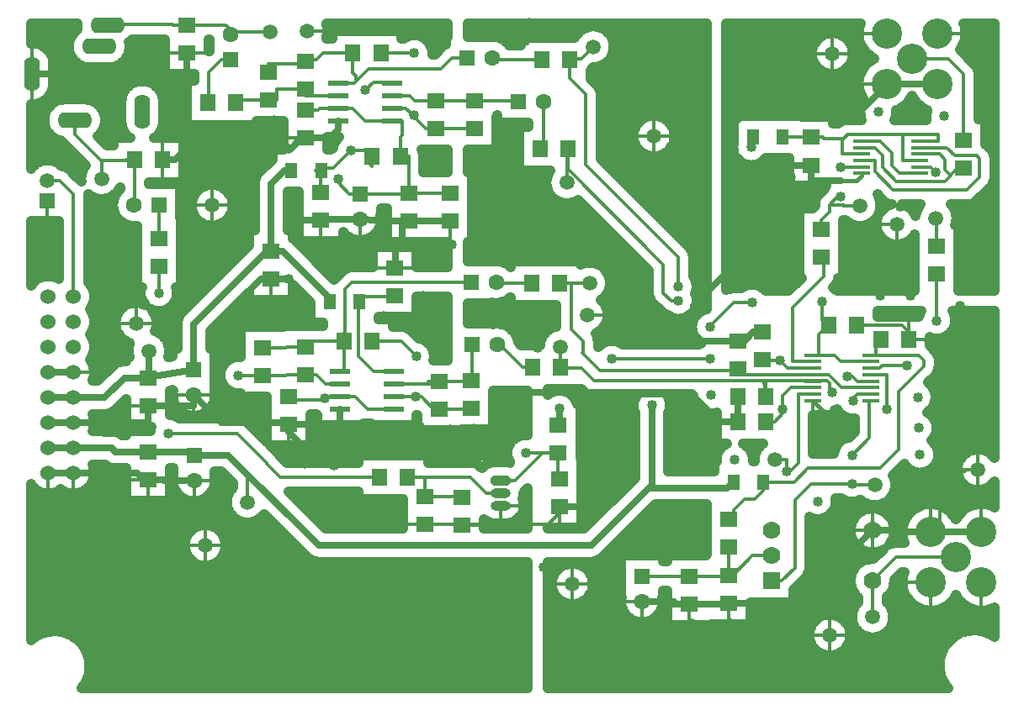
<source format=gbr>
G04 DipTrace 3.3.1.1*
G04 Top.gbr*
%MOIN*%
G04 #@! TF.FileFunction,Copper,L1,Top*
G04 #@! TF.Part,Single*
%AMOUTLINE0*
4,1,8,
-0.029528,0.019685,
-0.03937,0.009843,
-0.03937,-0.009843,
-0.029528,-0.019685,
0.029528,-0.019685,
0.03937,-0.009843,
0.03937,0.009843,
0.029528,0.019685,
-0.029528,0.019685,
0*%
G04 #@! TA.AperFunction,Conductor*
%ADD14C,0.027559*%
%ADD15C,0.011811*%
%ADD16C,0.015748*%
G04 #@! TA.AperFunction,CopperBalancing*
%ADD17C,0.04*%
%ADD18C,0.012992*%
%ADD19R,0.070866X0.062992*%
G04 #@! TA.AperFunction,ComponentPad*
%ADD20C,0.062992*%
%ADD21R,0.062992X0.062992*%
%ADD22R,0.062992X0.070866*%
G04 #@! TA.AperFunction,ComponentPad*
%ADD23C,0.06*%
%ADD24O,0.062992X0.137795*%
%ADD25O,0.137795X0.062992*%
%ADD26R,0.059055X0.059055*%
%ADD27C,0.059055*%
%ADD28R,0.047244X0.062992*%
G04 #@! TA.AperFunction,ComponentPad*
%ADD29C,0.12*%
%ADD30C,0.059055*%
%ADD31O,0.07874X0.03937*%
%ADD33R,0.07X0.07*%
%ADD34C,0.07*%
%ADD35R,0.07874X0.023622*%
%ADD36R,0.070866X0.015748*%
G04 #@! TA.AperFunction,ComponentPad*
%ADD81OUTLINE0*%
%FSLAX26Y26*%
G04*
G70*
G90*
G75*
G01*
G04 Top*
%LPD*%
X523056Y1602283D2*
D14*
X623056D1*
X1405440Y2181373D2*
Y2449446D1*
X1458505Y2502512D1*
X1485715D1*
X1099308Y1712374D2*
Y1893164D1*
X1387517Y2181373D1*
X1405440D1*
X917080Y1680529D2*
X920992Y1683000D1*
X1099308Y1712374D1*
X623056Y1602283D2*
X745493D1*
X823739Y1680529D1*
X917080D1*
X1405440Y2181373D2*
X1451446D1*
X1637251Y1995568D1*
Y1983437D1*
X523056Y1402283D2*
X623056D1*
X917270Y1386375D2*
X1100052D1*
Y1373668D1*
X623056Y1402283D2*
X773528D1*
X789436Y1386375D1*
X917270D1*
X3307402Y2595037D2*
Y2635367D1*
X3313627D1*
X1100052Y1373668D2*
X1236381D1*
X1594014Y1016034D1*
X2673281D1*
X2913701Y1256454D1*
Y1571415D1*
X2543109Y1492432D2*
X2548227D1*
Y1559364D1*
X3236945Y1267345D2*
X3212633Y1243033D1*
X2913701D1*
Y1256454D1*
X920992Y1787427D2*
Y1683000D1*
X1312087Y1187178D2*
D15*
Y1301114D1*
X1239533Y1373668D1*
X1236381D1*
X4044625Y2847474D2*
D14*
X3844625D1*
X3543622Y2524171D2*
Y2462274D1*
X3662518D1*
D16*
X3723895D1*
X3745710Y2484089D1*
Y2491135D1*
X523056Y1502283D2*
D14*
X623056D1*
X1473306Y2590714D2*
X1484047D1*
X1526119Y2632786D1*
X1540311D1*
X523056Y1302283D2*
X623056D1*
Y1702283D2*
X523056D1*
X1474336Y1496164D2*
X1573726D1*
X1666634D1*
X1679161Y1508692D1*
Y1555274D1*
X1099308Y1612374D2*
X1209694Y1501988D1*
X1279121D1*
X1474336D1*
Y1496164D1*
X917080Y1570293D2*
X1099308D1*
Y1612374D1*
X623056Y1502283D2*
X917080D1*
Y1570293D1*
X1405440Y2071136D2*
X1366178D1*
X1299739Y2004697D1*
X1209694Y1914652D1*
Y1501988D1*
X1474877Y2071140D2*
X1405440D1*
Y2071136D1*
X1540311Y2632786D2*
X1639066D1*
X1672690Y2666411D1*
Y2700602D1*
X917270Y1276139D2*
X982390D1*
Y1273668D1*
X1100052D1*
X623056Y1302283D2*
X874608D1*
X900752Y1276139D1*
X917270D1*
X1603146Y2305076D2*
X1474877D1*
Y2305077D1*
X1757457Y2308849D2*
X1603146D1*
Y2305076D1*
X1950930Y2302486D2*
X1924558D1*
X1921556D1*
X1888207Y2303731D1*
X1757457Y2308849D1*
X2114354Y2302608D2*
X1950930D1*
Y2302486D1*
X1895373Y2117269D2*
X1897281D1*
Y2193601D1*
X1924558Y2220878D1*
Y2302486D1*
X459659Y2886577D2*
X1071315D1*
Y2969786D1*
Y2596879D1*
Y2590714D1*
X1473306D1*
X975062Y2544446D2*
X1025047D1*
X1071315Y2590714D1*
X1474336Y1496164D2*
Y1467430D1*
X1522171Y1419596D1*
X2238507D1*
X2393344Y1574433D1*
Y1577694D1*
X2438777Y1623127D1*
X3072751D1*
Y1614883D1*
X2752458D1*
Y1377182D1*
Y1251169D1*
X2671488Y1170199D1*
X2547261D1*
X3072751Y1614883D2*
X3157385Y1530249D1*
Y1506210D1*
X3637623Y1508717D2*
D16*
X3633944D1*
X3551903Y1590757D1*
X2874978Y793614D2*
D14*
X3001496D1*
Y783298D1*
X3060705D1*
X4018808Y1068297D2*
X4218808D1*
X3787545Y1075293D2*
X3917949D1*
X3924945Y1068297D1*
X4018808D1*
X3216605Y786448D2*
X3498699D1*
X3525327Y813075D1*
X3787545Y1075293D1*
X3060705Y783298D2*
X3216605D1*
Y786448D1*
X3930394Y1834215D2*
D15*
X3991673D1*
X4054344Y1771545D1*
Y1309366D1*
Y1068297D1*
X4018808D1*
X3725080Y1888051D2*
X3906434D1*
X3930394Y1864092D1*
Y1834215D1*
X3543622Y2524171D2*
D14*
X3464882D1*
X3228661D1*
Y2673777D1*
X3239224Y2684340D1*
X3307402Y2752517D1*
X3358459D1*
X3506713D1*
X3679675D1*
X3756060D1*
X3844625Y2841081D1*
Y2847474D1*
X3228661Y2524171D2*
Y2115345D1*
X3078088Y1964772D1*
Y1827576D1*
Y1835518D1*
X3307402Y2122596D2*
X3228661Y2115345D1*
X3464882Y2476927D2*
Y2524171D1*
X3253277Y1507483D2*
Y1506210D1*
X3157385D1*
X3256310Y1605375D2*
X3253277D1*
Y1507483D1*
X3078088Y1827576D2*
X3253615D1*
X3280319D1*
X3314694Y1861951D1*
X3350161D1*
X2761281Y1611684D2*
D15*
X3072751D1*
Y1614883D1*
X3253615Y1826068D2*
D14*
Y1827576D1*
X4154740Y1309366D2*
D15*
X4054344D1*
X3225412Y2698152D2*
D14*
X3239224Y2684340D1*
X3358459Y2743769D2*
Y2752517D1*
X3506713Y2734265D2*
Y2752517D1*
X3679675Y2736165D2*
Y2752517D1*
X3539917Y828383D2*
X3525327Y813075D1*
X2670415Y1154804D2*
X2671488Y1170199D1*
X2750243Y1377182D2*
X2752458D1*
X1279121Y1517833D2*
Y1501988D1*
X1216399Y1901769D2*
X1209694Y1914652D1*
X1311433Y1993003D2*
X1299739Y2004697D1*
X1678264Y1489323D2*
X1666634Y1496164D1*
X1573726Y1485522D2*
Y1496164D1*
X1058472Y2584549D2*
X1071315Y2596879D1*
X2016316Y1098500D2*
D15*
X2315262D1*
X2502327D1*
X2547261Y1143434D1*
Y1170199D1*
X2315262Y1173583D2*
Y1098500D1*
X3253615Y1715832D2*
Y1709906D1*
X2707404D1*
X2638176Y1779134D1*
X2642951Y1783911D1*
Y1824429D1*
X2593530Y1873850D1*
Y2055415D1*
X2548814D1*
X3551903Y1693119D2*
X3613962D1*
X3665143Y1641938D1*
X3780249D1*
X3551903Y1693119D2*
X3288067D1*
X3265354Y1715832D1*
X3253615D1*
X2548814Y2055415D2*
X2667455D1*
Y2056429D1*
X1972554Y2968046D2*
X1976280D1*
X1977491Y2969257D1*
X1840051D1*
X1885289Y2750602D2*
X1938039D1*
X1967307Y2721335D1*
X1970634D1*
X1973927D1*
Y2713598D1*
X2019147Y2668378D1*
X2059278D1*
X2209959D1*
Y2668458D1*
X3797499Y1255944D2*
X3707050D1*
Y1260436D1*
X3543589D1*
X3479929Y1196776D1*
Y926517D1*
X3428705Y875293D1*
X3387545D1*
X3780257Y1590757D2*
X3774810D1*
Y1441038D1*
X3707050Y1373278D1*
X1885289Y2800602D2*
X1954520D1*
X1976508Y2778614D1*
X2059278D1*
X2383710D1*
Y2775434D1*
X2059278Y2778614D2*
X2209959D1*
Y2778694D1*
X1474336Y1606400D2*
Y1593361D1*
X1619399D1*
Y1598427D1*
X1950930Y2412722D2*
X1972858D1*
X1972980Y2412844D1*
X2114354D1*
X1672690Y2750602D2*
X1599232D1*
X1591652Y2743022D1*
X1540311D1*
X1885289Y2700602D2*
X1777967D1*
X1727967Y2750602D1*
X1672690D1*
X1916720Y2559077D2*
Y2635163D1*
X1923749Y2642192D1*
Y2700602D1*
X1885289D1*
X1950930Y2412722D2*
Y2559077D1*
X1916720D1*
X1757457Y2408849D2*
X1950930D1*
Y2412722D1*
X1670079Y2468421D2*
Y2454281D1*
X1715510Y2408849D1*
X1757457D1*
X1679161Y1605274D2*
X1738555D1*
X1788555Y1555274D1*
X1891760D1*
X1619399Y1598427D2*
Y1605274D1*
X1679161D1*
X3780249Y1769891D2*
X3800306D1*
Y1834215D1*
X3820157D1*
X3218514Y1120445D2*
Y1121727D1*
X3237068Y1103173D1*
Y1156298D1*
X3280075Y1199304D1*
X3323081D1*
X3355055Y1231278D1*
Y1267345D1*
X3477990D1*
X3532302Y1321657D1*
X3817642D1*
X3890680Y1394696D1*
Y1626747D1*
X3946635Y1682702D1*
X3948017D1*
X3992604Y1727289D1*
Y1748550D1*
X3971262Y1769891D1*
X3780249D1*
X2281465Y2950752D2*
X2296604D1*
X2304921Y2942434D1*
X2478913D1*
X3923349Y1729845D2*
X3826995D1*
X3815860Y1718710D1*
X3780249D1*
X4041400Y2092365D2*
X4043178D1*
Y1906416D1*
X1944003Y1286752D2*
X2016316D1*
X2194760D1*
X2257929Y1223583D1*
X2315262D1*
X2016316Y1208736D2*
Y1286752D1*
Y1208736D2*
X2160685D1*
Y1206920D1*
X4039484Y2496215D2*
X4018974Y2516726D1*
X3974049D1*
X4039437Y2314029D2*
X4041400D1*
Y2202601D1*
X2483710Y2775434D2*
Y2589197D1*
X2470541D1*
X3551903Y1718710D2*
X3451349D1*
X3420467Y1749592D1*
X3710007Y1590409D2*
Y1599202D1*
X3727152Y1616348D1*
X3780249D1*
X3350161Y1751715D2*
Y1751240D1*
X3351810Y1749592D1*
X3420467D1*
X2589150Y2942434D2*
Y2868860D1*
X2652807Y2805202D1*
Y2525971D1*
X3019252Y2159526D1*
Y2041207D1*
X2682310Y2993533D2*
X2634332Y2945555D1*
X2589150D1*
Y2942434D1*
X3551903Y1641938D2*
X3463954D1*
X3432219Y1610203D1*
Y1556798D1*
X3019597Y1985593D2*
X2990802D1*
X2959688Y2016707D1*
Y2129344D1*
X2580777Y2508255D1*
Y2589197D1*
X3780249Y1693119D2*
X3844209D1*
Y1556850D1*
X3432219Y1556798D2*
Y1539720D1*
X3399982Y1507483D1*
X3363513D1*
X2580777Y2589197D2*
X2577241D1*
Y2454310D1*
X3974049Y2619088D2*
X4047201D1*
Y2644678D1*
X3974049D1*
X3745702D2*
X3687617D1*
X3673835Y2630896D1*
X3667752Y2624814D1*
Y2567907D1*
X3745702D1*
X3974049Y2542316D2*
X3908614D1*
Y2644678D1*
X3745702D1*
X3673835Y2630896D2*
X3594252D1*
X3590741Y2634407D1*
X3543622D1*
X3974049Y2644678D2*
X3908614D1*
X3543622Y2634407D2*
X3549346D1*
Y2635367D1*
X3431738D1*
X3974049Y2567907D2*
X4053576D1*
X4075390Y2546093D1*
Y2504286D1*
X4097201Y2482475D1*
X4075035Y2460310D1*
X3881799D1*
X3827614Y2514495D1*
Y2562933D1*
X3797050Y2593497D1*
X3745702D1*
X4097201Y2482475D2*
Y2484743D1*
X4126432Y2513974D1*
X4149436D1*
X3974049Y2491135D2*
X3896034D1*
X3864092Y2523077D1*
Y2573856D1*
X3818860Y2619088D1*
X3745702D1*
X3586152Y2160298D2*
X3595165D1*
Y2083085D1*
X3472936Y1960856D1*
Y1744301D1*
X3551903D1*
X3745702Y2516726D2*
X3677522D1*
Y2514268D1*
X3661732D1*
Y2398186D2*
X3648924D1*
X3618037Y2367299D1*
Y2339155D1*
X3586152Y2307270D1*
Y2270534D1*
X3738663Y2363902D2*
Y2364114D1*
X3671169D1*
X3738663D2*
X3618037Y2367299D1*
X3974049Y2593497D2*
X4081138D1*
X4113259Y2561377D1*
X4200776D1*
X4212913Y2549239D1*
Y2476927D1*
X4162504Y2426517D1*
X3869622D1*
X3797051Y2499088D1*
Y2542316D1*
X3745702D1*
X2874978Y893614D2*
X2983396D1*
X2983476Y893534D1*
X3060705D1*
X3216605Y896684D2*
Y880887D1*
X3311010Y975293D1*
X3387545D1*
X3216605Y896684D2*
X3218514D1*
Y1010209D1*
X3060705Y893534D2*
X3216605D1*
Y896684D1*
X3780249Y1667529D2*
X3728612D1*
X3709866Y1686274D1*
X3689854D1*
X3627660Y1624080D2*
X3616673Y1635067D1*
Y1657783D1*
X3606780Y1667677D1*
X3531076D1*
X3430077D1*
X3358975D1*
X2684908D1*
X2634552Y1718033D1*
X2550980D1*
Y1723497D1*
X3366546Y1605375D2*
X3371556D1*
X3430077Y1668907D2*
Y1667677D1*
X3366546Y1605375D2*
X3358975Y1667677D1*
X3366546Y1667529D2*
Y1605375D1*
X3551903Y1667529D2*
X3531076Y1667677D1*
X2551921Y1803933D2*
X2550980D1*
Y1723497D1*
X2543109Y1382196D2*
Y1382357D1*
X2413690D1*
X2547261Y1280436D2*
X2543109D1*
Y1382196D1*
X2754849Y1756139D2*
X3144278D1*
Y1882438D2*
Y1884396D1*
X3238073Y1978192D1*
X3311710D1*
X3589094Y1982102D2*
Y1909783D1*
X3611892D1*
X3592178Y1890070D1*
X3601448Y1880799D1*
X3573564Y1852916D1*
Y1769891D1*
X3551903D1*
X3636769D1*
X3660986Y1745675D1*
X3780249D1*
Y1744301D1*
X3614844Y1888051D2*
X3592178Y1890070D1*
X2315262Y1273583D2*
X2371396D1*
X2480009Y1382196D1*
X2543109D1*
X1721264Y2583472D2*
X1781298D1*
Y2545175D1*
X1806484Y2519988D1*
Y2559077D1*
X1603146Y2415312D2*
Y2502512D1*
X1603825D1*
X1778930Y2821492D2*
X1810142Y2852703D1*
X1885289D1*
Y2850602D1*
X1603146Y2415312D2*
X1601776D1*
Y2503550D1*
X1582959D1*
X1593412Y2514003D1*
X1651793D1*
X1721264Y2583472D1*
X1243306Y3042507D2*
Y3062766D1*
X1226050Y3080022D1*
X1071315D1*
X1014861D1*
X1013832Y3081051D1*
X757135D1*
Y3080722D1*
X1401549Y3051043D2*
Y3051807D1*
X1243306D1*
Y3042507D1*
X3401930Y1354836D2*
X3448505D1*
Y1309688D1*
X3551903Y1616348D2*
X3494304D1*
Y1343919D1*
X3460073Y1309688D1*
X3448505D1*
X1980001Y1765281D2*
X1920199Y1825083D1*
X1805395D1*
X1891760Y1605274D2*
X2002136D1*
X2073152Y1534260D1*
Y1556462D1*
X1978416Y1604769D2*
X1891760D1*
Y1605274D1*
X2073152Y1556462D2*
X2197551D1*
Y1557782D1*
X519448Y2462047D2*
X569538D1*
X623056Y2408529D1*
Y2002283D1*
X999055Y1460552D2*
X1272083D1*
X1389681Y1342955D1*
Y1339154D1*
X1442900Y1285934D1*
X1712801D1*
X1713618Y1286752D1*
X1833766D1*
X3787545Y875293D2*
X3880549Y968297D1*
X4118808D1*
X3787545Y875293D2*
X3788301D1*
Y731585D1*
X3944625Y2947474D2*
X4087643D1*
X4149436Y2885681D1*
Y2624210D1*
X1672690Y2800602D2*
X1541793D1*
Y2825772D1*
X1394370Y2783604D2*
X1265797D1*
Y2771290D1*
X1541793Y2825772D2*
X1427270D1*
Y2783604D1*
X1394370D1*
Y2893840D2*
Y2925316D1*
X1541793D1*
Y2936008D1*
X1729815Y2969257D2*
Y2890730D1*
X1742223Y2878322D1*
Y2856510D1*
X1792269Y2906556D1*
X2077361D1*
X2121556Y2950752D1*
X2181465D1*
X1742223Y2856510D2*
X1736315Y2850602D1*
X1672690D1*
X1541793Y2936008D2*
Y2941776D1*
X1583366D1*
X1610848Y2969257D1*
X1729815D1*
X1243306Y2942507D2*
X1207395D1*
X1158161Y2893273D1*
Y2771290D1*
X1155560D1*
X1891760Y1655274D2*
X2039028D1*
X2027604Y1666698D1*
X2073152D1*
X2173367D1*
X2200987Y1694319D1*
Y1812167D1*
X2073152Y1666698D2*
X2189854D1*
Y1668018D1*
X2197551D1*
X2297475Y2060412D2*
X2311642D1*
X2316638Y2055415D1*
X2438577D1*
X1276520Y1690484D2*
X1313472D1*
X1313475Y1690482D1*
X1371000D1*
X962024Y2123902D2*
Y2017106D1*
X961126Y2016207D1*
X1543105Y1691348D2*
X1585360D1*
X1621433Y1655274D1*
X1679161D1*
X1371000Y1690482D2*
X1466045D1*
X1466911Y1691348D1*
X1543105D1*
X1371000Y1800718D2*
X1466043D1*
X1466909Y1801584D1*
X1543105D1*
X1695159Y1825083D2*
Y1705274D1*
X1679161D1*
X1695159Y1825083D2*
Y1858900D1*
X1697950Y1861692D1*
Y2033127D1*
X1725341Y2060518D1*
X2049142D1*
X2049248Y2060412D1*
X2197475D1*
X1543105Y1801584D2*
Y1789068D1*
X1541677D1*
Y1825083D1*
X1695159D1*
X962273Y2365415D2*
Y2234138D1*
X962024D1*
X2300987Y1812167D2*
X2312732D1*
X2401402Y1723497D1*
X2440744D1*
X1891760Y1705274D2*
X1810668D1*
X1750218Y1765724D1*
Y2001772D1*
X1760672D1*
X1755361Y1996461D1*
Y1983437D1*
X1760672Y2001772D2*
X1895373D1*
Y2007033D1*
X864825Y2544446D2*
Y2365415D1*
X862273D1*
X627278Y2702000D2*
Y2647486D1*
X730887Y2543877D1*
X733730D1*
X832310D1*
X832879Y2544446D1*
X864825D1*
X733730Y2469925D2*
Y2543877D1*
D17*
X2548227Y1559364D3*
X3707050Y1373278D3*
Y1260436D3*
X4043178Y1906416D3*
X3844209Y1556850D3*
X3661732Y2514268D3*
Y2398186D3*
X3689854Y1686274D3*
X3627660Y1624080D3*
X2754849Y1756139D3*
X3144278D3*
X3311710Y1978192D3*
X3589094Y1982102D3*
X2390392Y2355323D3*
X2795591Y2752517D3*
X2312198Y2633168D3*
X3225412Y2698152D3*
X1968819Y1886375D3*
X2207487Y1478472D3*
X2205039Y1965115D3*
X3307402Y2437556D3*
X2753975Y2184954D3*
X2992441Y2319446D3*
X3425512Y2083226D3*
X3897953Y2122596D3*
X3110551Y1335194D3*
X2953071Y1098974D3*
X2201238Y927644D3*
X1328608Y1100474D3*
X1734766Y1355290D3*
X3637944Y1019794D3*
X3474219Y706924D3*
X4134173Y1492675D3*
Y1965115D3*
Y2319446D3*
Y2122596D3*
X3509130Y2848550D3*
X3943864Y2744249D3*
X1418299Y2703041D3*
X1067587Y2713600D3*
X1227534Y2256841D3*
X1063307Y2083226D3*
X791874Y1899122D3*
X713631Y2250982D3*
X1127080Y2506601D3*
X4134173Y1807635D3*
X3897953Y2358816D3*
X3307402Y2122596D3*
X3819213Y2004486D3*
X3464882Y2476927D3*
X3543622Y2398186D3*
X4134173Y1650155D3*
X2029126Y2550772D3*
X2244399Y2204416D3*
X2220568Y2494280D3*
X2223630Y2353471D3*
X2540234Y2339202D3*
X2676665Y2286127D3*
X2848085Y2093281D3*
X2834961Y1847005D3*
X2716850D3*
X2541573Y2199760D3*
X2391988Y2208944D3*
X2236810Y3072844D3*
X2410354Y3014659D3*
X2429707Y3090022D3*
X2687600Y2877110D3*
X2756220Y2555667D3*
X2874331Y2437556D3*
X3110551Y2634407D3*
Y2791887D3*
X3092970Y2993232D3*
X3110551Y2437556D3*
Y2201336D3*
X2834961Y1965115D3*
X3307402Y2280076D3*
X3229214Y2890121D3*
X3227314Y3006062D3*
X3358459Y2743769D3*
X3506713Y2734265D3*
X3679675Y2736165D3*
X3810820Y2734265D3*
X4073114Y2719060D3*
X3225412Y2789385D3*
X3386142Y2437556D3*
X3681575Y2040518D3*
X3937323Y2004486D3*
X3966676Y1603364D3*
X3970478Y1481720D3*
X3976180Y1375282D3*
X3877344Y1213726D3*
X3715786Y1187115D3*
X3571336Y1190917D3*
X3556760Y1087572D3*
X3563732Y922923D3*
X3539917Y828383D3*
X3366366Y703071D3*
X3228661Y705273D3*
X3071181D3*
X2911402Y594882D3*
X2698869Y791377D3*
X2829559Y989331D3*
X2953071Y1020234D3*
X3071181D3*
X3110551Y1177714D3*
X2953071D3*
X2831972Y1059770D3*
X2717933Y962836D3*
X2483887Y929545D3*
X2520000Y787270D3*
Y665903D3*
Y508423D3*
X3228661Y547793D3*
X4008491Y495270D3*
X3903954Y902014D3*
X3886848Y774669D3*
X3807020Y630218D3*
X3637860Y573198D3*
X4124432Y780371D3*
X3149386Y1610966D3*
X3322346Y1418999D3*
X3242518Y1356276D3*
X2992441Y1335194D3*
Y1532045D3*
X2839576Y1476018D3*
X2831972Y1293554D3*
X2670415Y1154804D3*
X2649508Y1318262D3*
X2750243Y1377182D3*
X2113933Y1477266D3*
X2323150Y1610785D3*
X2361975Y1462264D3*
X2323150Y1413934D3*
X1721717Y1099508D3*
X1654925Y1333571D3*
X1860213Y1147303D3*
X1653858Y1177714D3*
X1537648Y1339541D3*
X1417638Y1413934D3*
X1279121Y1517833D3*
X1278525Y1605009D3*
X1189790Y1677490D3*
X1092522Y1990843D3*
X1216399Y1901769D3*
X1311433Y1993003D3*
X1507202Y1994903D3*
X1549017Y1896067D3*
X1376056Y1897969D3*
X1994433Y1486508D3*
X1860728Y1487423D3*
X1678264Y1489323D3*
X1573726Y1485522D3*
X2362520Y1965115D3*
X2520000D3*
X2476573Y1906147D3*
X2460686Y1797902D3*
X2086819Y1924438D3*
X2008189Y2004486D3*
X2076810Y1816648D3*
X1850709Y1925745D3*
X1700121Y2209678D3*
X1847310Y2211979D3*
X2017496D3*
X1693228Y2122596D3*
X1535748Y2201336D3*
X2121218Y2208068D3*
X1233259Y2660444D3*
X1352849Y2527054D3*
X1334450Y2317770D3*
X1182663Y2119986D3*
X1063307Y2240706D3*
X1056403Y2447249D3*
X1058472Y2584549D3*
X811034Y1146496D3*
X501479Y2257791D3*
X827087Y2083226D3*
X1474877Y2305077D3*
X3072751Y1614883D3*
X1473306Y2590714D3*
X2750307Y1964777D3*
X1474877Y2071140D3*
X1970634Y2721335D3*
X1972554Y2968046D3*
X1670079Y2468421D3*
X1619399Y1598427D3*
X3307402Y2595037D3*
X2913701Y1571415D3*
X2413690Y1382357D3*
X3637623Y1508717D3*
X3157385Y1506210D3*
X1778930Y2821492D3*
X1721264Y2583472D3*
X1978416Y1604769D3*
X1980001Y1765281D3*
X999055Y1460552D3*
X1276520Y1690484D3*
X4039484Y2496215D3*
X961126Y2016207D3*
X3078088Y1835518D3*
X3019252Y2041207D3*
X3710007Y1590409D3*
X3420467Y1749592D3*
X3432219Y1556798D3*
X3019597Y1985593D3*
X3923349Y1729845D3*
X3144278Y1882438D3*
X3448505Y1309688D3*
X3213310Y3046979D2*
X3612917D1*
X3646037D2*
X3729039D1*
X4160222D2*
X4267660D1*
X3213310Y3007110D2*
X3555037D1*
X3703882D2*
X3736575D1*
X4152685D2*
X4267660D1*
X3213310Y2967241D2*
X3544343D1*
X3714612D2*
X3763058D1*
X4153188D2*
X4267660D1*
X3213310Y2927373D2*
X3554570D1*
X3704349D2*
X3762698D1*
X4193055D2*
X4267660D1*
X3213310Y2887504D2*
X3608469D1*
X3650487D2*
X3736467D1*
X4210925D2*
X4267660D1*
X3213310Y2847635D2*
X3729039D1*
X4210925D2*
X4267660D1*
X3213310Y2807766D2*
X3736323D1*
X4210925D2*
X4267660D1*
X3213310Y2767898D2*
X3743608D1*
X3926866D2*
X3962394D1*
X4210925D2*
X4267660D1*
X3213310Y2728029D2*
X3735499D1*
X3886138D2*
X3998063D1*
X4210925D2*
X4267660D1*
X3213310Y2688160D2*
X3234411D1*
X4240458D2*
X4267660D1*
X3213310Y2648291D2*
X3234411D1*
X4240458D2*
X4267660D1*
X4240458Y2608423D2*
X4267660D1*
X3213310Y2568554D2*
X3234411D1*
X3213310Y2528685D2*
X3276504D1*
X3338294D2*
X3452587D1*
X3213310Y2488816D2*
X3452587D1*
X3213310Y2448948D2*
X3452587D1*
X3213310Y2409079D2*
X3574486D1*
X4230375D2*
X4267660D1*
X3213310Y2369210D2*
X3556580D1*
X3823627D2*
X3860841D1*
X4171273D2*
X4267660D1*
X3213310Y2329341D2*
X3495110D1*
X4123117D2*
X4267660D1*
X3213310Y2289472D2*
X3495110D1*
X3677184D2*
X3702377D1*
X3774933D2*
X3799659D1*
X4120748D2*
X4267660D1*
X3213310Y2249604D2*
X3495110D1*
X3677184D2*
X3810604D1*
X4132446D2*
X4267660D1*
X3213310Y2209735D2*
X3495110D1*
X3677184D2*
X3871248D1*
X3898339D2*
X3950373D1*
X4132446D2*
X4267660D1*
X3213310Y2169866D2*
X3495110D1*
X3677184D2*
X3950373D1*
X4132446D2*
X4267660D1*
X3213310Y2129997D2*
X3495110D1*
X3677184D2*
X3950373D1*
X4132446D2*
X4267660D1*
X3213310Y2090129D2*
X3495110D1*
X3677184D2*
X3950373D1*
X4132446D2*
X4267660D1*
X3213310Y2050260D2*
X3477025D1*
X3646395D2*
X3950373D1*
X4132446D2*
X4267660D1*
X3506934Y2717503D2*
X3630655D1*
Y2688400D1*
X3650270Y2688406D1*
X3657585Y2693719D1*
X3658669Y2695441D1*
Y2704152D1*
X3745832D1*
X3742724Y2712139D1*
X3740102Y2723064D1*
X3739220Y2734265D1*
X3740102Y2745466D1*
X3742724Y2756391D1*
X3747024Y2766770D1*
X3752895Y2776350D1*
X3755764Y2779990D1*
X3749888Y2788487D1*
X3744533Y2798117D1*
X3740154Y2808228D1*
X3736791Y2818722D1*
X3734482Y2829496D1*
X3733247Y2840446D1*
X3733096Y2851465D1*
X3734033Y2862444D1*
X3736049Y2873277D1*
X3739122Y2883858D1*
X3743224Y2894085D1*
X3748316Y2903858D1*
X3754346Y2913081D1*
X3761256Y2921664D1*
X3768979Y2929524D1*
X3777440Y2936584D1*
X3786555Y2942776D1*
X3795083Y2947471D1*
X3786014Y2952504D1*
X3776934Y2958747D1*
X3768514Y2965854D1*
X3760836Y2973759D1*
X3753975Y2982381D1*
X3747997Y2991638D1*
X3742962Y3001438D1*
X3738917Y3011689D1*
X3735904Y3022287D1*
X3733950Y3033133D1*
X3733075Y3044117D1*
X3733287Y3055134D1*
X3734587Y3066076D1*
X3736957Y3076837D1*
X3740205Y3086848D1*
X3209278D1*
X3209291Y2027990D1*
X3216067Y2031320D1*
X3224650Y2034109D1*
X3233562Y2035520D1*
X3256446Y2035697D1*
X3269042D1*
X3274299Y2039240D1*
X3284310Y2044341D1*
X3294995Y2047814D1*
X3306092Y2049571D1*
X3317328D1*
X3328425Y2047814D1*
X3339110Y2044341D1*
X3349121Y2039240D1*
X3358210Y2032636D1*
X3366155Y2024692D1*
X3373018Y2024486D1*
X3455230D1*
X3507831Y2077202D1*
X3499119D1*
Y2353630D1*
X3551188D1*
X3560537Y2362980D1*
X3560848Y2373323D1*
X3562493Y2382196D1*
X3565508Y2390701D1*
X3569815Y2398630D1*
X3575323Y2405801D1*
X3596024Y2426612D1*
X3600684Y2435597D1*
X3604446Y2441083D1*
X3456589Y2441075D1*
Y2552280D1*
X3364823Y2552272D1*
X3358030Y2544408D1*
X3349487Y2537112D1*
X3339907Y2531240D1*
X3329528Y2526941D1*
X3318602Y2524319D1*
X3307402Y2523437D1*
X3296201Y2524319D1*
X3285276Y2526941D1*
X3274896Y2531240D1*
X3265316Y2537112D1*
X3256773Y2544408D1*
X3250007Y2552278D1*
X3238406Y2552272D1*
Y2575919D1*
X3236684Y2583836D1*
X3235802Y2595037D1*
X3236684Y2606238D1*
X3238406Y2613971D1*
Y2718463D1*
X3506959D1*
Y2717495D1*
X4206908Y2707306D2*
X4236469D1*
Y2606436D1*
X4241438Y2602039D1*
X4256640Y2586585D1*
X4261945Y2579285D1*
X4266042Y2571245D1*
X4268829Y2562663D1*
X4270241Y2553751D1*
X4270419Y2530866D1*
X4270241Y2472415D1*
X4268831Y2463503D1*
X4266042Y2454920D1*
X4261945Y2446881D1*
X4256640Y2439580D1*
X4240584Y2423273D1*
X4199850Y2382790D1*
X4192550Y2377486D1*
X4184510Y2373388D1*
X4175928Y2370600D1*
X4167016Y2369189D1*
X4144131Y2369012D1*
X4099097D1*
X4105071Y2361714D1*
X4108610Y2356417D1*
X4111722Y2350860D1*
X4114388Y2345075D1*
X4116594Y2339098D1*
X4118323Y2332967D1*
X4119566Y2326720D1*
X4120315Y2320394D1*
X4120564Y2314029D1*
X4120315Y2307664D1*
X4119566Y2301337D1*
X4118323Y2295091D1*
X4115396Y2285714D1*
X4128433Y2285697D1*
Y2024496D1*
X4271667Y2024486D1*
X4271654Y3086861D1*
X4149014Y3086848D1*
X4151543Y3079457D1*
X4154177Y3068756D1*
X4155741Y3057849D1*
X4156224Y3047474D1*
X4155681Y3036469D1*
X4154054Y3025570D1*
X4151361Y3014885D1*
X4147626Y3004517D1*
X4142888Y2994570D1*
X4137192Y2985136D1*
X4134802Y2981640D1*
X4193163Y2923028D1*
X4198467Y2915728D1*
X4202564Y2907688D1*
X4205353Y2899105D1*
X4206764Y2890193D1*
X4206941Y2867308D1*
Y2707301D1*
X4005600Y2742921D2*
X3995665Y2747186D1*
X3986014Y2752504D1*
X3976934Y2758747D1*
X3968514Y2765854D1*
X3960836Y2773759D1*
X3953975Y2782381D1*
X3947997Y2791638D1*
X3944576Y2797833D1*
X3939194Y2788218D1*
X3932888Y2779181D1*
X3925724Y2770808D1*
X3917768Y2763185D1*
X3909100Y2756383D1*
X3899802Y2750469D1*
X3889966Y2745500D1*
X3881962Y2742308D1*
X3882420Y2734265D1*
X3881538Y2723064D1*
X3878916Y2712139D1*
X3874810Y2702178D1*
X3887050Y2702184D1*
X3887016Y2704152D1*
X4003101D1*
X4001735Y2713442D1*
Y2724678D1*
X4003492Y2735776D1*
X4005650Y2742896D1*
X3819541Y2357537D2*
X3818791Y2351210D1*
X3817549Y2344963D1*
X3815820Y2338832D1*
X3813614Y2332856D1*
X3810948Y2327071D1*
X3807836Y2321513D1*
X3804297Y2316217D1*
X3800353Y2311214D1*
X3796029Y2306535D1*
X3791350Y2302211D1*
X3786348Y2298268D1*
X3781051Y2294728D1*
X3775493Y2291617D1*
X3769709Y2288950D1*
X3763732Y2286744D1*
X3757601Y2285016D1*
X3751354Y2283773D1*
X3745028Y2283024D1*
X3738663Y2282774D1*
X3732298Y2283024D1*
X3725971Y2283773D1*
X3719724Y2285016D1*
X3713593Y2286744D1*
X3707617Y2288950D1*
X3701832Y2291617D1*
X3696274Y2294728D1*
X3690978Y2298268D1*
X3685975Y2302211D1*
X3681247Y2306591D1*
X3673175Y2306609D1*
X3673185Y2077202D1*
X3652337D1*
X3651083Y2069661D1*
X3648294Y2061079D1*
X3644197Y2053039D1*
X3638892Y2045739D1*
X3632453Y2039049D1*
X3639723Y2032731D1*
X3646789Y2024482D1*
X3954378Y2024486D1*
X3954367Y2248580D1*
X3950154Y2242234D1*
X3944303Y2235156D1*
X3937692Y2228786D1*
X3930403Y2223203D1*
X3922530Y2218479D1*
X3914173Y2214676D1*
X3905440Y2211841D1*
X3896444Y2210010D1*
X3887297Y2209209D1*
X3878118Y2209446D1*
X3869025Y2210718D1*
X3860135Y2213009D1*
X3851559Y2216291D1*
X3843411Y2220521D1*
X3835791Y2225644D1*
X3828799Y2231594D1*
X3822525Y2238298D1*
X3817049Y2245668D1*
X3812440Y2253608D1*
X3808757Y2262018D1*
X3806049Y2270791D1*
X3804349Y2279815D1*
X3803680Y2288971D1*
X3804050Y2298146D1*
X3805453Y2307219D1*
X3807874Y2316076D1*
X3811278Y2324602D1*
X3815626Y2332689D1*
X3820858Y2340234D1*
X3826911Y2347139D1*
X3833703Y2353315D1*
X3841151Y2358685D1*
X3849157Y2363178D1*
X3857621Y2366739D1*
X3865714Y2369144D1*
X3856198Y2370600D1*
X3847615Y2373388D1*
X3839576Y2377486D1*
X3832276Y2382790D1*
X3815969Y2398846D1*
X3806656Y2408159D1*
X3810948Y2400732D1*
X3813614Y2394948D1*
X3815820Y2388971D1*
X3817549Y2382840D1*
X3818791Y2376593D1*
X3819541Y2370266D1*
X3819790Y2363902D1*
X3819541Y2357537D1*
X3958902Y2323285D2*
X3960551Y2332967D1*
X3962280Y2339098D1*
X3964486Y2345075D1*
X3967152Y2350860D1*
X3970264Y2356417D1*
X3973803Y2361714D1*
X3979858Y2369001D1*
X3904651Y2368958D1*
X3913411Y2366211D1*
X3921806Y2362492D1*
X3929726Y2357848D1*
X3937071Y2352339D1*
X3943747Y2346035D1*
X3949667Y2339017D1*
X3954756Y2331375D1*
X3958857Y2323409D1*
X3710576Y2964991D2*
X3709849Y2955839D1*
X3708093Y2946827D1*
X3705329Y2938071D1*
X3701594Y2929684D1*
X3696936Y2921772D1*
X3691412Y2914437D1*
X3685096Y2907774D1*
X3678067Y2901866D1*
X3670416Y2896791D1*
X3662240Y2892614D1*
X3653644Y2889386D1*
X3644740Y2887151D1*
X3635639Y2885936D1*
X3626459Y2885756D1*
X3617318Y2886615D1*
X3608332Y2888503D1*
X3599618Y2891392D1*
X3591285Y2895248D1*
X3583442Y2900021D1*
X3576188Y2905650D1*
X3569617Y2912062D1*
X3563812Y2919176D1*
X3558848Y2926900D1*
X3554789Y2935135D1*
X3551686Y2943777D1*
X3549580Y2952713D1*
X3548496Y2961831D1*
X3548450Y2971012D1*
X3549442Y2980139D1*
X3551458Y2989097D1*
X3554474Y2997769D1*
X3558450Y3006045D1*
X3563336Y3013818D1*
X3569070Y3020990D1*
X3575576Y3027467D1*
X3582773Y3033168D1*
X3590568Y3038020D1*
X3598861Y3041959D1*
X3607546Y3044937D1*
X3616512Y3046915D1*
X3625644Y3047865D1*
X3634825Y3047778D1*
X3643938Y3046655D1*
X3652865Y3044509D1*
X3661492Y3041369D1*
X3669710Y3037273D1*
X3677412Y3032274D1*
X3684500Y3026438D1*
X3690883Y3019839D1*
X3696479Y3012560D1*
X3701218Y3004696D1*
X3705037Y2996346D1*
X3707888Y2987619D1*
X3709735Y2978626D1*
X3710554Y2969480D1*
X3710576Y2964991D1*
X3543622Y2524171D2*
D18*
Y2441110D1*
X3456625Y2524171D2*
X3543622D1*
X4044625Y3047474D2*
X4156189D1*
X3733060Y2847474D2*
X3844625D1*
X3733060Y3047474D2*
X3844625D1*
X3629470Y3047920D2*
Y2885736D1*
X3548378Y2966828D2*
X3710562D1*
X3884797Y2290298D2*
Y2209206D1*
X3803705Y2290298D2*
X3884797D1*
X2189688Y3046979D2*
D17*
X2617285D1*
X2747328D2*
X3125908D1*
X2346537Y3007110D2*
X2391825D1*
X2766310D2*
X3125908D1*
X2763045Y2967241D2*
X3125908D1*
X2733261Y2927373D2*
X3125908D1*
X2676241Y2887504D2*
X3125908D1*
X2695690Y2847635D2*
X3125908D1*
X2714243Y2807766D2*
X3125908D1*
X2714314Y2767898D2*
X3125908D1*
X2714314Y2728029D2*
X3125908D1*
X2301000Y2688160D2*
X2422219D1*
X2714314D2*
X2852685D1*
X2990766D2*
X3125908D1*
X2301000Y2648291D2*
X2383428D1*
X2714314D2*
X2837076D1*
X3006411D2*
X3125908D1*
X2301000Y2608423D2*
X2383428D1*
X2714314D2*
X2842853D1*
X3000598D2*
X3125908D1*
X2189688Y2568554D2*
X2383428D1*
X2714314D2*
X2878665D1*
X2964786D2*
X3125908D1*
X2189688Y2528685D2*
X2383428D1*
X2735413D2*
X3125908D1*
X2205404Y2488816D2*
X2499801D1*
X2775281D2*
X3125908D1*
X2205404Y2448948D2*
X2492301D1*
X2815148D2*
X3125908D1*
X2205404Y2409079D2*
X2505900D1*
X2855016D2*
X3125908D1*
X2205404Y2369210D2*
X2634509D1*
X2894883D2*
X3125908D1*
X2205404Y2329341D2*
X2674377D1*
X2934751D2*
X3125908D1*
X2205404Y2289472D2*
X2714244D1*
X2974618D2*
X3125908D1*
X2205404Y2249604D2*
X2754112D1*
X3014486D2*
X3125908D1*
X2189688Y2209735D2*
X2793979D1*
X3054353D2*
X3125908D1*
X2189688Y2169866D2*
X2833846D1*
X3079831D2*
X3125908D1*
X2705665Y2129997D2*
X2873714D1*
X3080764D2*
X3125908D1*
X2745247Y2090129D2*
X2898186D1*
X3080764D2*
X3125908D1*
X2752352Y2050260D2*
X2898186D1*
X3094291D2*
X3125908D1*
X2738249Y2010391D2*
X2898546D1*
X3090776D2*
X3125908D1*
X2189688Y1970522D2*
X2351491D1*
X2731790D2*
X2920542D1*
X3093610D2*
X3125908D1*
X2189688Y1930654D2*
X2532025D1*
X2742555D2*
X2969668D1*
X3812190D2*
X3971806D1*
X4114551D2*
X4267671D1*
X2331896Y1890785D2*
X2532025D1*
X2732364D2*
X3069175D1*
X4117063D2*
X4267671D1*
X2378509Y1850916D2*
X2481786D1*
X2697987D2*
X3075993D1*
X4092411D2*
X4267671D1*
X2399178Y1811047D2*
X2467110D1*
X4017484D2*
X4267671D1*
X4049457Y1771178D2*
X4267671D1*
X4054122Y1731310D2*
X4267671D1*
X4041563Y1691441D2*
X4267671D1*
X4023621Y1651572D2*
X4267671D1*
X2601100Y1611703D2*
X2667739D1*
X4041778D2*
X4267671D1*
X2634148Y1571835D2*
X2838117D1*
X2989294D2*
X3085430D1*
X4034959D2*
X4267671D1*
X2634148Y1531966D2*
X2844324D1*
X2983087D2*
X3166169D1*
X3642925D2*
X3664636D1*
X4025487D2*
X4267671D1*
X2634148Y1492097D2*
X2844324D1*
X2983087D2*
X3166169D1*
X3555798D2*
X3713297D1*
X4045331D2*
X4267671D1*
X2634148Y1452228D2*
X2844324D1*
X2983087D2*
X3166169D1*
X3555798D2*
X3700665D1*
X4039732D2*
X4267671D1*
X2634148Y1412360D2*
X2844324D1*
X2983087D2*
X3194016D1*
X3291045D2*
X3340710D1*
X3555798D2*
X3643071D1*
X4041419D2*
X4267671D1*
X2634148Y1372491D2*
X2844324D1*
X2983087D2*
X3168790D1*
X4051718D2*
X4143404D1*
X2638311Y1332622D2*
X2844324D1*
X2983087D2*
X3157738D1*
X4037686D2*
X4121945D1*
X2638311Y1292753D2*
X2844324D1*
X3874055D2*
X4123453D1*
X2638311Y1252885D2*
X2813680D1*
X3882559D2*
X4149864D1*
X2638311Y1213016D2*
X2773812D1*
X3870323D2*
X4267671D1*
X2638311Y1173147D2*
X2733945D1*
X2926856D2*
X3127487D1*
X3644684D2*
X3976579D1*
X4061047D2*
X4176597D1*
X2638311Y1133278D2*
X2694077D1*
X2886988D2*
X3127487D1*
X3617806D2*
X3719217D1*
X3855862D2*
X3924080D1*
X2847122Y1093409D2*
X3127487D1*
X3541445D2*
X3698870D1*
X3876244D2*
X3906066D1*
X2807255Y1053541D2*
X3127487D1*
X3541445D2*
X3699732D1*
X3875383D2*
X3904199D1*
X2767387Y1013672D2*
X3127487D1*
X3541445D2*
X3722698D1*
X2727520Y973803D2*
X2787879D1*
X3541445D2*
X3800745D1*
X2504643Y933934D2*
X2555816D1*
X2641648D2*
X2787879D1*
X3541445D2*
X3719827D1*
X2677568Y894066D2*
X2787879D1*
X3531396D2*
X3699014D1*
X2683417Y854197D2*
X2787879D1*
X3492929D2*
X3699552D1*
X3875526D2*
X3904092D1*
X2504643Y814328D2*
X2529656D1*
X2667844D2*
X2787879D1*
X3478144D2*
X3722051D1*
X3853063D2*
X3917118D1*
X2504643Y774459D2*
X2790104D1*
X3307623D2*
X3715413D1*
X3861173D2*
X3954402D1*
X4083224D2*
X4154385D1*
X2504643Y734591D2*
X2812495D1*
X2937478D2*
X2969668D1*
X3307623D2*
X3583072D1*
X3653870D2*
X3703213D1*
X3873373D2*
X4267671D1*
X2504643Y694722D2*
X3541231D1*
X3864581D2*
X4267671D1*
X2504643Y654853D2*
X3533480D1*
X3703462D2*
X3757972D1*
X3818650D2*
X4110570D1*
X2504643Y614984D2*
X3546829D1*
X3690113D2*
X4071672D1*
X2504643Y575115D2*
X4054268D1*
X2504643Y535247D2*
X4049925D1*
X2504643Y495378D2*
X4057353D1*
X2504643Y455509D2*
X4078955D1*
X2264541Y3032045D2*
X2274945Y3033592D1*
X2281465Y3033848D1*
X2287984Y3033592D1*
X2294463Y3032825D1*
X2300864Y3031552D1*
X2307143Y3029781D1*
X2313264Y3027522D1*
X2319189Y3024791D1*
X2324882Y3021602D1*
X2330307Y3017978D1*
X2335432Y3013938D1*
X2340222Y3009509D1*
X2344651Y3004719D1*
X2348423Y2999934D1*
X2395816Y2999940D1*
X2395818Y3029467D1*
X2609580D1*
X2613136Y3035921D1*
X2616676Y3041218D1*
X2620619Y3046220D1*
X2624944Y3050899D1*
X2629622Y3055223D1*
X2634625Y3059167D1*
X2639921Y3062706D1*
X2645479Y3065818D1*
X2651264Y3068484D1*
X2657240Y3070690D1*
X2663371Y3072419D1*
X2669618Y3073661D1*
X2675945Y3074411D1*
X2682310Y3074660D1*
X2688675Y3074411D1*
X2695001Y3073661D1*
X2701248Y3072419D1*
X2707379Y3070690D1*
X2713356Y3068484D1*
X2719140Y3065818D1*
X2724698Y3062706D1*
X2729995Y3059167D1*
X2734997Y3055223D1*
X2739676Y3050899D1*
X2744000Y3046220D1*
X2747944Y3041218D1*
X2751483Y3035921D1*
X2754594Y3030364D1*
X2757261Y3024579D1*
X2759467Y3018602D1*
X2761196Y3012471D1*
X2762438Y3006224D1*
X2763188Y2999898D1*
X2763437Y2993533D1*
X2763188Y2987168D1*
X2762438Y2980841D1*
X2761196Y2974594D1*
X2759467Y2968463D1*
X2757261Y2962487D1*
X2754594Y2956702D1*
X2751483Y2951144D1*
X2747944Y2945848D1*
X2744000Y2940845D1*
X2739676Y2936167D1*
X2734997Y2931843D1*
X2729995Y2927899D1*
X2724698Y2924360D1*
X2719140Y2921248D1*
X2713356Y2918581D1*
X2707379Y2916375D1*
X2701248Y2914647D1*
X2695001Y2913404D1*
X2688675Y2912655D1*
X2682534Y2912413D1*
X2674982Y2904881D1*
X2672245Y2900858D1*
Y2867092D1*
X2696534Y2842549D1*
X2701839Y2835248D1*
X2705936Y2827209D1*
X2708723Y2818626D1*
X2710135Y2809714D1*
X2710312Y2786829D1*
Y2549815D1*
X3059915Y2200189D1*
X3065774Y2193327D1*
X3070490Y2185634D1*
X3073944Y2177297D1*
X3076050Y2168522D1*
X3076757Y2159526D1*
Y2083846D1*
X3080301Y2078618D1*
X3085402Y2068608D1*
X3088874Y2057923D1*
X3090631Y2046825D1*
Y2035589D1*
X3088874Y2024492D1*
X3085409Y2013828D1*
X3087693Y2007719D1*
X3090315Y1996794D1*
X3091197Y1985593D1*
X3090315Y1974392D1*
X3087693Y1963467D1*
X3083394Y1953088D1*
X3077522Y1943508D1*
X3070226Y1934965D1*
X3061682Y1927668D1*
X3052102Y1921797D1*
X3041723Y1917497D1*
X3030798Y1914875D1*
X3019597Y1913993D1*
X3008396Y1914875D1*
X2997471Y1917497D1*
X2987092Y1921797D1*
X2977512Y1927668D1*
X2973031Y1930902D1*
X2964694Y1934356D1*
X2957001Y1939070D1*
X2950139Y1944930D1*
X2915961Y1979361D1*
X2910656Y1986660D1*
X2906559Y1994701D1*
X2903770Y2003283D1*
X2902360Y2012196D1*
X2902182Y2035080D1*
Y2105521D1*
X2621413Y2386293D1*
X2614072Y2382025D1*
X2608287Y2379358D1*
X2602311Y2377152D1*
X2596180Y2375424D1*
X2589933Y2374181D1*
X2583606Y2373432D1*
X2577241Y2373182D1*
X2570877Y2373432D1*
X2564550Y2374181D1*
X2558303Y2375424D1*
X2552172Y2377152D1*
X2546196Y2379358D1*
X2540411Y2382025D1*
X2534853Y2385136D1*
X2529556Y2388676D1*
X2524554Y2392619D1*
X2519875Y2396944D1*
X2515551Y2401622D1*
X2511608Y2406625D1*
X2508068Y2411921D1*
X2504957Y2417479D1*
X2502290Y2423264D1*
X2500084Y2429240D1*
X2498356Y2435371D1*
X2497113Y2441618D1*
X2496364Y2447945D1*
X2496114Y2454310D1*
X2496364Y2460675D1*
X2497113Y2467001D1*
X2498356Y2473248D1*
X2500084Y2479379D1*
X2502290Y2485356D1*
X2504957Y2491140D1*
X2508068Y2496698D1*
X2511747Y2502171D1*
X2387445Y2502164D1*
Y2676230D1*
X2426235D1*
X2426205Y2692364D1*
X2300614Y2692339D1*
Y2721081D1*
X2296992Y2714808D1*
Y2585362D1*
X2185644D1*
X2185669Y2495920D1*
X2201387Y2495940D1*
Y2219512D1*
X2185634D1*
X2185669Y2143537D1*
X2280571Y2143508D1*
Y2141749D1*
X2290955Y2143252D1*
X2297475Y2143508D1*
X2303995Y2143252D1*
X2310474Y2142486D1*
X2316874Y2141213D1*
X2323154Y2139441D1*
X2329274Y2137182D1*
X2335199Y2134451D1*
X2340892Y2131262D1*
X2346318Y2127638D1*
X2351442Y2123598D1*
X2355466Y2119879D1*
X2355482Y2142448D1*
X2631909D1*
Y2129350D1*
X2642386Y2133587D1*
X2648517Y2135315D1*
X2654764Y2136558D1*
X2661091Y2137307D1*
X2667455Y2137556D1*
X2673820Y2137307D1*
X2680147Y2136558D1*
X2686394Y2135315D1*
X2692525Y2133587D1*
X2698501Y2131381D1*
X2704286Y2128714D1*
X2709844Y2125602D1*
X2715140Y2122063D1*
X2720143Y2118119D1*
X2724822Y2113795D1*
X2729146Y2109117D1*
X2733089Y2104114D1*
X2736629Y2098818D1*
X2739740Y2093260D1*
X2742407Y2087475D1*
X2744613Y2081499D1*
X2746341Y2075367D1*
X2747584Y2069121D1*
X2748333Y2062794D1*
X2748583Y2056429D1*
X2748333Y2050064D1*
X2747584Y2043738D1*
X2746341Y2037491D1*
X2744613Y2031360D1*
X2742407Y2025383D1*
X2739740Y2019598D1*
X2736629Y2014041D1*
X2733089Y2008744D1*
X2729146Y2003741D1*
X2724822Y1999063D1*
X2720143Y1994739D1*
X2712928Y1989316D1*
X2718843Y1983172D1*
X2724438Y1975894D1*
X2729177Y1968029D1*
X2732996Y1959680D1*
X2735848Y1950953D1*
X2737694Y1941959D1*
X2738513Y1932814D1*
X2738370Y1924654D1*
X2737228Y1915543D1*
X2735066Y1906621D1*
X2731909Y1897999D1*
X2727798Y1889789D1*
X2722786Y1882097D1*
X2716936Y1875020D1*
X2710324Y1868650D1*
X2703035Y1863067D1*
X2695163Y1858343D1*
X2690860Y1856247D1*
X2694189Y1850537D1*
X2697643Y1842199D1*
X2699749Y1833425D1*
X2700457Y1824412D1*
Y1802719D1*
X2708349Y1810584D1*
X2717438Y1817188D1*
X2727449Y1822289D1*
X2738134Y1825761D1*
X2749231Y1827518D1*
X2760467D1*
X2771564Y1825761D1*
X2782249Y1822289D1*
X2792260Y1817188D1*
X2797469Y1813643D1*
X3101598Y1813644D1*
X3110566Y1819259D1*
X3102193Y1824513D1*
X3093650Y1831810D1*
X3086353Y1840353D1*
X3080482Y1849933D1*
X3076182Y1860312D1*
X3073560Y1871238D1*
X3072678Y1882438D1*
X3073560Y1893639D1*
X3076182Y1904564D1*
X3080482Y1914944D1*
X3086353Y1924524D1*
X3093650Y1933067D1*
X3102193Y1940364D1*
X3111773Y1946235D1*
X3122152Y1950534D1*
X3131375Y1952819D1*
X3132869Y1954665D1*
X3130900Y1958936D1*
X3129983Y1963546D1*
X3129921Y2231520D1*
Y3086819D1*
X2185677Y3086848D1*
X2185669Y3033823D1*
X2264560Y3033848D1*
Y3032089D1*
X3354207Y1420450D2*
X3274272D1*
X3279929Y1417324D1*
X3289018Y1410720D1*
X3296963Y1402776D1*
X3303567Y1393686D1*
X3308668Y1383676D1*
X3312140Y1372991D1*
X3313898Y1361894D1*
Y1350657D1*
X3316579Y1350441D1*
X3320921D1*
X3321052Y1361201D1*
X3321802Y1367528D1*
X3323045Y1373774D1*
X3324773Y1379906D1*
X3326979Y1385882D1*
X3329646Y1391667D1*
X3332757Y1397224D1*
X3336297Y1402521D1*
X3340240Y1407524D1*
X3344564Y1412202D1*
X3349243Y1416526D1*
X3354226Y1420454D1*
X3210772Y1420450D2*
X3170181D1*
Y1542449D1*
X3160587Y1540248D1*
X3149386Y1539366D1*
X3138185Y1540248D1*
X3127260Y1542870D1*
X3116881Y1547169D1*
X3107301Y1553041D1*
X3098757Y1560337D1*
X3091461Y1568881D1*
X3085589Y1578461D1*
X3081290Y1588840D1*
X3078668Y1599765D1*
X3077818Y1610154D1*
X2973902Y1610172D1*
X2977497Y1603920D1*
X2981797Y1593541D1*
X2984419Y1582615D1*
X2985301Y1571415D1*
X2984419Y1560214D1*
X2981797Y1549289D1*
X2979088Y1542360D1*
X2979080Y1308420D1*
X3161697Y1308412D1*
X3161723Y1350441D1*
X3171139Y1350657D1*
Y1361894D1*
X3172896Y1372991D1*
X3176369Y1383676D1*
X3181470Y1393686D1*
X3188073Y1402776D1*
X3196018Y1410720D1*
X3205108Y1417324D1*
X3210831Y1420449D1*
X2352172Y1997900D2*
X2346318Y1993186D1*
X2340892Y1989562D1*
X2335199Y1986373D1*
X2329274Y1983642D1*
X2323154Y1981383D1*
X2316874Y1979612D1*
X2310474Y1978339D1*
X2303995Y1977572D1*
X2297475Y1977316D1*
X2290955Y1977572D1*
X2280551Y1979119D1*
X2280571Y1977316D1*
X2185657D1*
X2185669Y1895290D1*
X2284083Y1895262D1*
Y1893504D1*
X2294467Y1895007D1*
X2300987Y1895262D1*
X2307507Y1895007D1*
X2313986Y1894240D1*
X2320386Y1892967D1*
X2326665Y1891196D1*
X2332786Y1888937D1*
X2338711Y1886206D1*
X2344404Y1883017D1*
X2349829Y1879392D1*
X2354954Y1875353D1*
X2359744Y1870924D1*
X2364173Y1866134D1*
X2368213Y1861009D1*
X2371837Y1855584D1*
X2375026Y1849891D1*
X2377757Y1843966D1*
X2380016Y1837845D1*
X2381787Y1831566D1*
X2383327Y1822913D1*
X2395693Y1810531D1*
X2471077Y1810530D1*
X2471793Y1816625D1*
X2473035Y1822871D1*
X2474764Y1829003D1*
X2476970Y1834979D1*
X2479636Y1840764D1*
X2482748Y1846322D1*
X2486287Y1851618D1*
X2490231Y1856621D1*
X2494555Y1861299D1*
X2499234Y1865623D1*
X2504236Y1869567D1*
X2509533Y1873106D1*
X2515091Y1876218D1*
X2520875Y1878885D1*
X2526852Y1881091D1*
X2536033Y1883427D1*
X2536025Y1968406D1*
X2355482Y1968382D1*
Y1997915D1*
X2982858Y976630D2*
X3129589D1*
X3129572Y979780D1*
X3131474D1*
X3131482Y1177619D1*
X2927390Y1177654D1*
X2719512Y969803D1*
X2711710Y963140D1*
X2702962Y957781D1*
X2693484Y953854D1*
X2683508Y951459D1*
X2673261Y950655D1*
X2500642D1*
X2500630Y449690D1*
X4087703Y449682D1*
X4079265Y460463D1*
X4074207Y468130D1*
X4069669Y476114D1*
X4065672Y484383D1*
X4062232Y492900D1*
X4059366Y501626D1*
X4057085Y510522D1*
X4055400Y519551D1*
X4054319Y528672D1*
X4053845Y537845D1*
X4053982Y547029D1*
X4054727Y556182D1*
X4056079Y565268D1*
X4058031Y574241D1*
X4060576Y583067D1*
X4063701Y591705D1*
X4067391Y600114D1*
X4071633Y608261D1*
X4076406Y616109D1*
X4081689Y623621D1*
X4087461Y630766D1*
X4093693Y637513D1*
X4100360Y643831D1*
X4107430Y649692D1*
X4114875Y655071D1*
X4122661Y659942D1*
X4130753Y664287D1*
X4139117Y668085D1*
X4147713Y671319D1*
X4156505Y673975D1*
X4165454Y676041D1*
X4174521Y677508D1*
X4183665Y678370D1*
X4192846Y678623D1*
X4202024Y678266D1*
X4211157Y677301D1*
X4220207Y675731D1*
X4229133Y673563D1*
X4237894Y670807D1*
X4246453Y667476D1*
X4254773Y663584D1*
X4262815Y659148D1*
X4271669Y653356D1*
X4271654Y769972D1*
X4262465Y765591D1*
X4252123Y761785D1*
X4241458Y759020D1*
X4230571Y757318D1*
X4219568Y756699D1*
X4208559Y757168D1*
X4197650Y758720D1*
X4186948Y761341D1*
X4176555Y765005D1*
X4166575Y769676D1*
X4157104Y775307D1*
X4148234Y781845D1*
X4140052Y789227D1*
X4132638Y797379D1*
X4126064Y806223D1*
X4120395Y815672D1*
X4118760Y818656D1*
X4113378Y809041D1*
X4107072Y800004D1*
X4099908Y791631D1*
X4091951Y784008D1*
X4083283Y777206D1*
X4073986Y771291D1*
X4064150Y766323D1*
X4053873Y762348D1*
X4043253Y759407D1*
X4032396Y757526D1*
X4021406Y756727D1*
X4010390Y757014D1*
X3999457Y758387D1*
X3988713Y760831D1*
X3978261Y764323D1*
X3968205Y768828D1*
X3958643Y774304D1*
X3949667Y780696D1*
X3941365Y787941D1*
X3933818Y795970D1*
X3927100Y804705D1*
X3921276Y814058D1*
X3916402Y823941D1*
X3912526Y834257D1*
X3909688Y844904D1*
X3907912Y855780D1*
X3907219Y866777D1*
X3907613Y877789D1*
X3909091Y888707D1*
X3911639Y899428D1*
X3915231Y909845D1*
X3915621Y910795D1*
X3904400Y910791D1*
X3873991Y880413D1*
X3873878Y868499D1*
X3873079Y861745D1*
X3871752Y855076D1*
X3869906Y848531D1*
X3867552Y842152D1*
X3864706Y835978D1*
X3861383Y830045D1*
X3857605Y824391D1*
X3853396Y819050D1*
X3845795Y811299D1*
X3845806Y788776D1*
X3849991Y784273D1*
X3853934Y779270D1*
X3857474Y773974D1*
X3860585Y768416D1*
X3863252Y762631D1*
X3865458Y756655D1*
X3867186Y750524D1*
X3868429Y744277D1*
X3869178Y737950D1*
X3869428Y731585D1*
X3869178Y725220D1*
X3868429Y718894D1*
X3867186Y712647D1*
X3865458Y706516D1*
X3863252Y700539D1*
X3860585Y694755D1*
X3857474Y689197D1*
X3853934Y683900D1*
X3849991Y678898D1*
X3845667Y674219D1*
X3840988Y669895D1*
X3835986Y665951D1*
X3830689Y662412D1*
X3825131Y659301D1*
X3819346Y656634D1*
X3813370Y654428D1*
X3807239Y652699D1*
X3800992Y651457D1*
X3794665Y650707D1*
X3788301Y650458D1*
X3781936Y650707D1*
X3775609Y651457D1*
X3769362Y652699D1*
X3763231Y654428D1*
X3757255Y656634D1*
X3751470Y659301D1*
X3745912Y662412D1*
X3740615Y665951D1*
X3735613Y669895D1*
X3730934Y674219D1*
X3726610Y678898D1*
X3722667Y683900D1*
X3719127Y689197D1*
X3716016Y694755D1*
X3713349Y700539D1*
X3711143Y706516D1*
X3709415Y712647D1*
X3708172Y718894D1*
X3707423Y725220D1*
X3707173Y731585D1*
X3707423Y737950D1*
X3708172Y744277D1*
X3709415Y750524D1*
X3711143Y756655D1*
X3713349Y762631D1*
X3716016Y768416D1*
X3719127Y773974D1*
X3722667Y779270D1*
X3726610Y784273D1*
X3730782Y788786D1*
X3730795Y809849D1*
X3726310Y814058D1*
X3721693Y819050D1*
X3717484Y824391D1*
X3713706Y830045D1*
X3710383Y835978D1*
X3707537Y842152D1*
X3705184Y848531D1*
X3703337Y855076D1*
X3702010Y861745D1*
X3701211Y868499D1*
X3700945Y875293D1*
X3701211Y882087D1*
X3702010Y888840D1*
X3703337Y895509D1*
X3705184Y902054D1*
X3707537Y908433D1*
X3710383Y914608D1*
X3713706Y920541D1*
X3717484Y926194D1*
X3721693Y931535D1*
X3726310Y936528D1*
X3731302Y941144D1*
X3736643Y945353D1*
X3742297Y949131D1*
X3748230Y952454D1*
X3754404Y955301D1*
X3760783Y957654D1*
X3767328Y959500D1*
X3773997Y960827D1*
X3780751Y961626D1*
X3792614Y961693D1*
X3831416Y1000627D1*
X3823264Y996402D1*
X3814710Y993064D1*
X3805852Y990650D1*
X3796786Y989188D1*
X3787618Y988693D1*
X3778448Y989172D1*
X3769381Y990619D1*
X3760517Y993018D1*
X3751958Y996343D1*
X3743799Y1000554D1*
X3736131Y1005605D1*
X3729042Y1011441D1*
X3722610Y1017993D1*
X3716909Y1025192D1*
X3712001Y1032951D1*
X3707942Y1041188D1*
X3704780Y1049808D1*
X3702546Y1058714D1*
X3701269Y1067807D1*
X3700961Y1076984D1*
X3701627Y1086142D1*
X3703259Y1095177D1*
X3705837Y1103990D1*
X3709336Y1112480D1*
X3713713Y1120551D1*
X3718920Y1128114D1*
X3724898Y1135084D1*
X3731580Y1141381D1*
X3738892Y1146934D1*
X3746751Y1151682D1*
X3755068Y1155572D1*
X3763751Y1158560D1*
X3772701Y1160612D1*
X3781818Y1161703D1*
X3791000Y1161824D1*
X3800142Y1160971D1*
X3809143Y1159156D1*
X3817900Y1156398D1*
X3826318Y1152728D1*
X3834298Y1148188D1*
X3841753Y1142828D1*
X3848600Y1136709D1*
X3854759Y1129899D1*
X3860163Y1122475D1*
X3864751Y1114521D1*
X3868470Y1106126D1*
X3871280Y1097385D1*
X3873148Y1088395D1*
X3874054Y1079257D1*
X3873970Y1069785D1*
X3872900Y1060665D1*
X3870871Y1051710D1*
X3867907Y1043020D1*
X3864038Y1034693D1*
X3859308Y1026822D1*
X3853773Y1019496D1*
X3853282Y1018925D1*
X3858542Y1021425D1*
X3867125Y1024214D1*
X3876037Y1025625D1*
X3898921Y1025802D1*
X3915608D1*
X3911980Y1036010D1*
X3909318Y1046703D1*
X3907722Y1057606D1*
X3907209Y1068613D1*
X3907783Y1079618D1*
X3909442Y1090512D1*
X3912165Y1101189D1*
X3915929Y1111545D1*
X3920696Y1121480D1*
X3926419Y1130896D1*
X3933042Y1139702D1*
X3940503Y1147812D1*
X3948726Y1155147D1*
X3957633Y1161635D1*
X3967135Y1167213D1*
X3977142Y1171827D1*
X3987555Y1175430D1*
X3998273Y1177991D1*
X4009190Y1179482D1*
X4020202Y1179888D1*
X4031201Y1179206D1*
X4042077Y1177444D1*
X4052728Y1174617D1*
X4063047Y1170753D1*
X4072936Y1165891D1*
X4082297Y1160077D1*
X4091038Y1153369D1*
X4099076Y1145832D1*
X4106331Y1137538D1*
X4112732Y1128570D1*
X4118219Y1119013D1*
X4118806Y1117837D1*
X4123441Y1126259D1*
X4129622Y1135381D1*
X4136672Y1143849D1*
X4144524Y1151581D1*
X4153098Y1158501D1*
X4162315Y1164542D1*
X4172081Y1169643D1*
X4182304Y1173757D1*
X4192882Y1176844D1*
X4203714Y1178871D1*
X4214692Y1179820D1*
X4225710Y1179682D1*
X4236661Y1178459D1*
X4247438Y1176161D1*
X4257936Y1172812D1*
X4268052Y1168445D1*
X4271656Y1166588D1*
X4271654Y1268978D1*
X4266020Y1261860D1*
X4259554Y1255340D1*
X4252394Y1249594D1*
X4244629Y1244693D1*
X4236361Y1240702D1*
X4227694Y1237669D1*
X4218741Y1235636D1*
X4209615Y1234627D1*
X4200434Y1234656D1*
X4191315Y1235723D1*
X4182374Y1237812D1*
X4173727Y1240899D1*
X4165484Y1244942D1*
X4157751Y1249892D1*
X4150626Y1255684D1*
X4144202Y1262243D1*
X4138559Y1269486D1*
X4133772Y1277320D1*
X4129900Y1285646D1*
X4126993Y1294354D1*
X4125091Y1303337D1*
X4124214Y1312476D1*
X4124375Y1321656D1*
X4125573Y1330759D1*
X4127793Y1339668D1*
X4131004Y1348270D1*
X4135167Y1356454D1*
X4140227Y1364114D1*
X4146121Y1371155D1*
X4152773Y1377483D1*
X4160097Y1383020D1*
X4168000Y1387694D1*
X4176379Y1391445D1*
X4185130Y1394224D1*
X4194139Y1395999D1*
X4203290Y1396743D1*
X4212467Y1396448D1*
X4221551Y1395118D1*
X4230428Y1392770D1*
X4238982Y1389434D1*
X4247105Y1385155D1*
X4254692Y1379983D1*
X4261646Y1373988D1*
X4267877Y1367245D1*
X4271651Y1362283D1*
X4271654Y1945108D1*
X4103441Y1945115D1*
X4106975Y1938921D1*
X4111274Y1928542D1*
X4113896Y1917617D1*
X4114778Y1906416D1*
X4113896Y1895215D1*
X4111274Y1884290D1*
X4106975Y1873911D1*
X4101104Y1864331D1*
X4093807Y1855787D1*
X4085264Y1848491D1*
X4075684Y1842619D1*
X4065304Y1838320D1*
X4054379Y1835698D1*
X4043178Y1834816D1*
X4031978Y1835698D1*
X4021052Y1838320D1*
X4013484Y1841324D1*
X4013490Y1808995D1*
X4036331Y1785896D1*
X4041635Y1778597D1*
X4045732Y1770556D1*
X4048521Y1761974D1*
X4049932Y1753062D1*
X4050109Y1727289D1*
X4049402Y1718293D1*
X4047295Y1709518D1*
X4043841Y1701181D1*
X4039127Y1693488D1*
X4033253Y1686614D1*
X4008273Y1661633D1*
X4013176Y1657808D1*
X4021121Y1649864D1*
X4027724Y1640774D1*
X4032825Y1630764D1*
X4036298Y1620079D1*
X4038055Y1608982D1*
Y1597745D1*
X4036298Y1586648D1*
X4032825Y1575963D1*
X4027724Y1565953D1*
X4021121Y1556864D1*
X4013176Y1548919D1*
X4006223Y1543741D1*
X4012563Y1539646D1*
X4021106Y1532349D1*
X4028403Y1523806D1*
X4034274Y1514226D1*
X4038573Y1503846D1*
X4041196Y1492921D1*
X4042077Y1481720D1*
X4041196Y1470520D1*
X4038573Y1459594D1*
X4034274Y1449215D1*
X4028403Y1439635D1*
X4021058Y1431047D1*
X4026808Y1425911D1*
X4034105Y1417367D1*
X4039976Y1407787D1*
X4044276Y1397408D1*
X4046898Y1386483D1*
X4047780Y1375282D1*
X4046898Y1364081D1*
X4044276Y1353156D1*
X4039976Y1342777D1*
X4034105Y1333197D1*
X4026808Y1324654D1*
X4018265Y1317357D1*
X4008685Y1311486D1*
X3998306Y1307186D1*
X3987381Y1304564D1*
X3976180Y1303682D1*
X3964979Y1304564D1*
X3954054Y1307186D1*
X3943675Y1311486D1*
X3934094Y1317357D1*
X3925551Y1324654D1*
X3918255Y1333197D1*
X3915143Y1337853D1*
X3869861Y1292552D1*
X3872450Y1286990D1*
X3874656Y1281013D1*
X3876385Y1274882D1*
X3877627Y1268635D1*
X3878377Y1262308D1*
X3878626Y1255944D1*
X3878377Y1249579D1*
X3877627Y1243252D1*
X3876385Y1237005D1*
X3874656Y1230874D1*
X3872450Y1224898D1*
X3869783Y1219113D1*
X3866672Y1213555D1*
X3863133Y1208259D1*
X3859189Y1203256D1*
X3854865Y1198577D1*
X3850186Y1194253D1*
X3845184Y1190310D1*
X3839887Y1186770D1*
X3834329Y1183659D1*
X3828545Y1180992D1*
X3822568Y1178786D1*
X3816437Y1177058D1*
X3810190Y1175815D1*
X3803864Y1175066D1*
X3797499Y1174816D1*
X3791134Y1175066D1*
X3784807Y1175815D1*
X3778560Y1177058D1*
X3772429Y1178786D1*
X3766453Y1180992D1*
X3760668Y1183659D1*
X3755110Y1186770D1*
X3749814Y1190310D1*
X3741248Y1197547D1*
X3734450Y1194286D1*
X3723765Y1190814D1*
X3712668Y1189056D1*
X3701432D1*
X3690335Y1190814D1*
X3679650Y1194286D1*
X3669639Y1199387D1*
X3664430Y1202932D1*
X3641920Y1202930D1*
X3642715Y1196535D1*
Y1185299D1*
X3640958Y1174202D1*
X3637486Y1163517D1*
X3632385Y1153507D1*
X3625781Y1144417D1*
X3617836Y1136472D1*
X3608747Y1129869D1*
X3598736Y1124768D1*
X3588051Y1121295D1*
X3576954Y1119538D1*
X3565718D1*
X3554621Y1121295D1*
X3543936Y1124768D1*
X3537432Y1127904D1*
X3537257Y922005D1*
X3535846Y913093D1*
X3533058Y904510D1*
X3528961Y896471D1*
X3523656Y889171D1*
X3507600Y872864D1*
X3474155Y839417D1*
X3474144Y788693D1*
X3303612D1*
X3303638Y703352D1*
X3147736D1*
X3147738Y700202D1*
X2973672D1*
Y836094D1*
X2958098Y836109D1*
X2958073Y810518D1*
X2956370Y810357D1*
X2957719Y801276D1*
X2958054Y791777D1*
X2957344Y782623D1*
X2955629Y773602D1*
X2952928Y764827D1*
X2949277Y756403D1*
X2944718Y748433D1*
X2939307Y741014D1*
X2933112Y734239D1*
X2926206Y728188D1*
X2918675Y722936D1*
X2910610Y718546D1*
X2902110Y715072D1*
X2893280Y712559D1*
X2884226Y711034D1*
X2875059Y710518D1*
X2865890Y711017D1*
X2856833Y712524D1*
X2847997Y715020D1*
X2839491Y718476D1*
X2831419Y722850D1*
X2823877Y728088D1*
X2816959Y734126D1*
X2810751Y740890D1*
X2805325Y748298D1*
X2800752Y756259D1*
X2797084Y764676D1*
X2794366Y773446D1*
X2792634Y782463D1*
X2791906Y791615D1*
X2792193Y800793D1*
X2793490Y809882D1*
X2793625Y810521D1*
X2791882Y810518D1*
Y976710D1*
X2958073D1*
Y951125D1*
X2973696Y951119D1*
X2973672Y976630D1*
X2982858D1*
X2630109Y1363531D2*
X2634294D1*
Y1087104D1*
X2500626D1*
X2500630Y1081395D1*
X2646175Y1081413D1*
X2848337Y1283551D1*
X2848322Y1542199D1*
X2845605Y1549289D1*
X2842983Y1560214D1*
X2842101Y1571415D1*
X2842983Y1582615D1*
X2845605Y1593541D1*
X2849904Y1603920D1*
X2853542Y1610159D1*
X2680396Y1610349D1*
X2671484Y1611760D1*
X2662902Y1614549D1*
X2654861Y1618646D1*
X2647562Y1623950D1*
X2634071Y1637189D1*
X2634076Y1636465D1*
X2500623D1*
X2500630Y1612840D1*
X2506142Y1617289D1*
X2515722Y1623160D1*
X2526101Y1627459D1*
X2537026Y1630081D1*
X2548227Y1630963D1*
X2559428Y1630081D1*
X2570353Y1627459D1*
X2580732Y1623160D1*
X2590312Y1617289D1*
X2598856Y1609992D1*
X2606152Y1601449D1*
X2612024Y1591869D1*
X2616323Y1581490D1*
X2617955Y1575539D1*
X2630142Y1575528D1*
Y1363560D1*
X3808148Y1921248D2*
X3973129D1*
X3975083Y1928542D1*
X3979382Y1938921D1*
X3982996Y1945123D1*
X3808186Y1945115D1*
X3808176Y1921251D1*
X3002833Y2637831D2*
X3002106Y2628678D1*
X3000350Y2619667D1*
X2997587Y2610911D1*
X2993852Y2602524D1*
X2989193Y2594612D1*
X2983669Y2587277D1*
X2977353Y2580614D1*
X2970324Y2574706D1*
X2962673Y2569631D1*
X2954497Y2565454D1*
X2945902Y2562226D1*
X2936997Y2559991D1*
X2927896Y2558776D1*
X2918717Y2558596D1*
X2909575Y2559455D1*
X2900589Y2561343D1*
X2891875Y2564232D1*
X2883542Y2568088D1*
X2875699Y2572861D1*
X2868445Y2578490D1*
X2861874Y2584902D1*
X2856070Y2592016D1*
X2851105Y2599740D1*
X2847046Y2607975D1*
X2843944Y2616617D1*
X2841837Y2625552D1*
X2840753Y2634671D1*
X2840707Y2643852D1*
X2841699Y2652979D1*
X2843715Y2661937D1*
X2846731Y2670609D1*
X2850707Y2678885D1*
X2855593Y2686657D1*
X2861327Y2693829D1*
X2867833Y2700307D1*
X2875030Y2706008D1*
X2882825Y2710860D1*
X2891118Y2714799D1*
X2899803Y2717777D1*
X2908769Y2719755D1*
X2917902Y2720705D1*
X2927083Y2720618D1*
X2936196Y2719495D1*
X2945122Y2717349D1*
X2953749Y2714209D1*
X2961967Y2710113D1*
X2969669Y2705114D1*
X2976757Y2699278D1*
X2983140Y2692678D1*
X2988736Y2685400D1*
X2993475Y2677535D1*
X2997294Y2669186D1*
X3000146Y2660459D1*
X3001992Y2651466D1*
X3002811Y2642320D1*
X3002833Y2637831D1*
X2679846Y860916D2*
X2679119Y851764D1*
X2677364Y842752D1*
X2674600Y833996D1*
X2670865Y825609D1*
X2666206Y817697D1*
X2660682Y810362D1*
X2654366Y803699D1*
X2647337Y797791D1*
X2639686Y792717D1*
X2631510Y788539D1*
X2622915Y785311D1*
X2614010Y783076D1*
X2604909Y781861D1*
X2595730Y781681D1*
X2586588Y782541D1*
X2577602Y784428D1*
X2568888Y787318D1*
X2560555Y791173D1*
X2552713Y795946D1*
X2545458Y801575D1*
X2538887Y807987D1*
X2533083Y815101D1*
X2528118Y822825D1*
X2524059Y831060D1*
X2520957Y839702D1*
X2518850Y848638D1*
X2517766Y857756D1*
X2517720Y866937D1*
X2518713Y876064D1*
X2520728Y885022D1*
X2523744Y893694D1*
X2527720Y901970D1*
X2532606Y909743D1*
X2538340Y916915D1*
X2544846Y923392D1*
X2552043Y929093D1*
X2559839Y933945D1*
X2568131Y937885D1*
X2576816Y940862D1*
X2585782Y942840D1*
X2594915Y943790D1*
X2604096Y943703D1*
X2613209Y942580D1*
X2622135Y940434D1*
X2630762Y937294D1*
X2638980Y933198D1*
X2646682Y928199D1*
X2653770Y922364D1*
X2660154Y915764D1*
X2665749Y908486D1*
X2670488Y900621D1*
X2674307Y892272D1*
X2677159Y883545D1*
X2679005Y874551D1*
X2679824Y865406D1*
X2679846Y860916D1*
X3699576Y657954D2*
X3698849Y648802D1*
X3697093Y639790D1*
X3694329Y631034D1*
X3690594Y622647D1*
X3685936Y614735D1*
X3680412Y607400D1*
X3674096Y600738D1*
X3667067Y594829D1*
X3659416Y589755D1*
X3651240Y585577D1*
X3642644Y582349D1*
X3633740Y580114D1*
X3624639Y578899D1*
X3615459Y578719D1*
X3606318Y579579D1*
X3597332Y581466D1*
X3588618Y584356D1*
X3580285Y588211D1*
X3572442Y592984D1*
X3565188Y598613D1*
X3558617Y605025D1*
X3552812Y612139D1*
X3547848Y619864D1*
X3543789Y628098D1*
X3540686Y636740D1*
X3538580Y645676D1*
X3537496Y654794D1*
X3537450Y663975D1*
X3538442Y673102D1*
X3540458Y682060D1*
X3543474Y690732D1*
X3547450Y699008D1*
X3552336Y706781D1*
X3558070Y713953D1*
X3564576Y720430D1*
X3571773Y726131D1*
X3579568Y730983D1*
X3587861Y734923D1*
X3596546Y737900D1*
X3605512Y739878D1*
X3614644Y740828D1*
X3623825Y740741D1*
X3632938Y739618D1*
X3641865Y737472D1*
X3650492Y734332D1*
X3658710Y730236D1*
X3666412Y725238D1*
X3673500Y719402D1*
X3679883Y712802D1*
X3685479Y705524D1*
X3690218Y697659D1*
X3694037Y689310D1*
X3696888Y680583D1*
X3698735Y671589D1*
X3699554Y662444D1*
X3699576Y657954D1*
X3638936Y1553379D2*
Y1531283D1*
X3551816D1*
X3551810Y1379189D1*
X3635684Y1379163D1*
X3637428Y1389993D1*
X3640900Y1400678D1*
X3646001Y1410689D1*
X3652605Y1419778D1*
X3660550Y1427723D1*
X3669639Y1434327D1*
X3679650Y1439428D1*
X3690335Y1442900D1*
X3696525Y1444076D1*
X3717312Y1464866D1*
X3717304Y1519157D1*
X3710007Y1518810D1*
X3698806Y1519692D1*
X3687881Y1522314D1*
X3677501Y1526613D1*
X3667921Y1532484D1*
X3659378Y1539781D1*
X3652081Y1548324D1*
X3647659Y1555318D1*
X3638925Y1553374D1*
X3170217Y1507483D2*
D18*
X3253277D1*
X3060705Y783298D2*
Y700238D1*
X2973707Y783298D2*
X3060705D1*
X2874978Y793614D2*
Y710554D1*
X2791917Y793614D2*
X2958038D1*
X2547261Y1170199D2*
Y1087139D1*
Y1170199D2*
X2634259D1*
X3930394Y1921213D2*
Y1834215D1*
X4013454D1*
X4218808Y868297D2*
Y756732D1*
X4018808Y868297D2*
Y756732D1*
X3907244Y868297D2*
X4018808D1*
Y1179861D2*
Y1068297D1*
X3907244D2*
X4018808D1*
X4218808Y1179861D2*
Y1068297D1*
X4205280Y1396731D2*
Y1234547D1*
X4124188Y1315639D2*
X4205280D1*
X2921727Y2720760D2*
Y2558576D1*
X2840635Y2639668D2*
X3002819D1*
X2657429Y1930161D2*
X2738521D1*
X2598740Y943845D2*
Y781661D1*
X2517648Y862753D2*
X2679832D1*
X3618470Y740883D2*
Y578699D1*
X3537378Y659791D2*
X3699562D1*
X3216605Y786448D2*
Y703387D1*
Y786448D2*
X3303602D1*
X3787545Y1161857D2*
Y988728D1*
X3700980Y1075293D2*
X3874109D1*
X3551903Y1590757D2*
Y1531319D1*
X457404Y3046979D2*
D17*
X618669D1*
X1927148D2*
X2102301D1*
X457404Y3007110D2*
X601087D1*
X848218D2*
X980274D1*
X2036559D2*
X2094371D1*
X534591Y2967241D2*
X604818D1*
X844487D2*
X980274D1*
X546684Y2927373D2*
X634495D1*
X814810D2*
X980274D1*
X546756Y2887504D2*
X980274D1*
X546756Y2847635D2*
X852240D1*
X938360D2*
X1068478D1*
X535703Y2807766D2*
X815243D1*
X975356D2*
X1068478D1*
X480944Y2767898D2*
X535239D1*
X719286D2*
X808210D1*
X982390D2*
X1068478D1*
X457404Y2728029D2*
X506962D1*
X747600D2*
X808210D1*
X982390D2*
X1068478D1*
X457404Y2688160D2*
X503948D1*
X750613D2*
X808963D1*
X981600D2*
X1068478D1*
X1352894D2*
X1449281D1*
X457404Y2648291D2*
X522465D1*
X732097D2*
X825829D1*
X964735D2*
X1449281D1*
X457404Y2608423D2*
X581063D1*
X751654D2*
X777744D1*
X1062160D2*
X1449281D1*
X457404Y2568554D2*
X620894D1*
X1062160D2*
X1406507D1*
X2011656D2*
X2102301D1*
X569722Y2528685D2*
X660761D1*
X1062160D2*
X1388206D1*
X2012445D2*
X2102301D1*
X628105Y2488816D2*
X650822D1*
X1062160D2*
X1349236D1*
X926339Y2448948D2*
X1336066D1*
X1049386Y2409079D2*
X1099339D1*
X1243626D2*
X1336066D1*
X1474828D2*
X1512114D1*
X684551Y2369210D2*
X775268D1*
X1049386D2*
X1086455D1*
X1256509D2*
X1336066D1*
X1474828D2*
X1512114D1*
X684551Y2329341D2*
X783413D1*
X1049386D2*
X1094638D1*
X1248327D2*
X1336066D1*
X1474828D2*
X1512114D1*
X457404Y2289472D2*
X561542D1*
X684551D2*
X824537D1*
X1053046D2*
X1137950D1*
X1204979D2*
X1336066D1*
X1474828D2*
X1512114D1*
X457404Y2249604D2*
X561542D1*
X684551D2*
X871007D1*
X1053046D2*
X1314392D1*
X1819711D2*
X1859903D1*
X457404Y2209735D2*
X561542D1*
X684551D2*
X871007D1*
X1053046D2*
X1314392D1*
X1519539D2*
X2102301D1*
X457404Y2169866D2*
X561542D1*
X684551D2*
X871007D1*
X1053046D2*
X1279549D1*
X1559407D2*
X1804354D1*
X1986394D2*
X2102301D1*
X457404Y2129997D2*
X561542D1*
X684551D2*
X871007D1*
X1053046D2*
X1239681D1*
X1599274D2*
X1804354D1*
X1986394D2*
X2102301D1*
X457404Y2090129D2*
X561542D1*
X684551D2*
X871007D1*
X1053046D2*
X1199814D1*
X1639142D2*
X1669610D1*
X693055Y2050260D2*
X871007D1*
X1053046D2*
X1159946D1*
X708270Y2010391D2*
X885756D1*
X1036503D2*
X1120079D1*
X1496466D2*
X1525966D1*
X702206Y1970522D2*
X831822D1*
X1020247D2*
X1080211D1*
X1273123D2*
X1558046D1*
X1986394D2*
X2102301D1*
X703570Y1930654D2*
X792457D1*
X948192D2*
X1041744D1*
X1233256D2*
X1558046D1*
X1986394D2*
X2102301D1*
X707840Y1890785D2*
X785424D1*
X955189D2*
X1029938D1*
X1193388D2*
X1608068D1*
X1892484D2*
X2102301D1*
X692589Y1850916D2*
X799597D1*
X975500D2*
X1029938D1*
X1168699D2*
X1279979D1*
X1979682D2*
X2102301D1*
X708198Y1811047D2*
X839394D1*
X1002592D2*
X1029938D1*
X1168699D2*
X1279979D1*
X2039071D2*
X2102301D1*
X702492Y1771178D2*
X837491D1*
X1186391D2*
X1279979D1*
X2055362D2*
X2102301D1*
X703318Y1731310D2*
X778570D1*
X1186391D2*
X1213701D1*
X707948Y1691441D2*
X738199D1*
X1186391Y1651572D2*
X1212409D1*
X1186391Y1611703D2*
X1279979D1*
X2288573D2*
X2417257D1*
X1175841Y1571835D2*
X1383290D1*
X2288573D2*
X2417257D1*
X703067Y1531966D2*
X826045D1*
X1008226D2*
X1074327D1*
X1124276D2*
X1383290D1*
X2288573D2*
X2417257D1*
X708018Y1492097D2*
X826045D1*
X1325873D2*
X1383290D1*
X1774138D2*
X1796783D1*
X2288573D2*
X2417257D1*
X1565364Y1452228D2*
X2394039D1*
X1405608Y1412360D2*
X2344663D1*
X1443034Y1372491D2*
X1746654D1*
X2031105D2*
X2338778D1*
X702816Y1332622D2*
X748211D1*
X708091Y1292753D2*
X826223D1*
X1187144D2*
X1220843D1*
X692014Y1252885D2*
X826223D1*
X1184525D2*
X1250591D1*
X457404Y1213016D2*
X826223D1*
X1008298D2*
X1039268D1*
X1160841D2*
X1231177D1*
X1493488D2*
X1746654D1*
X457404Y1173147D2*
X1228198D1*
X1533356D2*
X1925285D1*
X457404Y1133278D2*
X1247469D1*
X1573223D2*
X1925285D1*
X457404Y1093409D2*
X1116671D1*
X1172144D2*
X1420178D1*
X1613089D2*
X1925285D1*
X2251720D2*
X2417257D1*
X457404Y1053541D2*
X1068585D1*
X1220265D2*
X1460046D1*
X457404Y1013672D2*
X1059327D1*
X1229524D2*
X1499913D1*
X457404Y973803D2*
X1071025D1*
X1217825D2*
X1539781D1*
X457404Y933934D2*
X2417257D1*
X457404Y894066D2*
X2417257D1*
X457404Y854197D2*
X2417257D1*
X457404Y814328D2*
X2417257D1*
X457404Y774459D2*
X2417257D1*
X457404Y734591D2*
X2417257D1*
X457404Y694722D2*
X2417257D1*
X623512Y654853D2*
X2417257D1*
X665711Y614984D2*
X2417257D1*
X684587Y575115D2*
X2417257D1*
X690041Y535247D2*
X2417257D1*
X683726Y495378D2*
X2417257D1*
X663702Y455509D2*
X2417257D1*
X1004113Y1597430D2*
Y1531978D1*
X1010256Y1531270D1*
X1021181Y1528648D1*
X1031560Y1524349D1*
X1041140Y1518478D1*
X1041675Y1518056D1*
X1276594Y1517881D1*
X1285507Y1516470D1*
X1294089Y1513681D1*
X1302129Y1509584D1*
X1309429Y1504281D1*
X1325736Y1488224D1*
X1387319Y1426642D1*
X1387303Y1607381D1*
X1283967Y1607386D1*
Y1619262D1*
X1276520Y1618885D1*
X1265319Y1619766D1*
X1254394Y1622388D1*
X1244014Y1626688D1*
X1234434Y1632559D1*
X1225891Y1639856D1*
X1218594Y1648399D1*
X1212723Y1657979D1*
X1208424Y1668358D1*
X1205802Y1679283D1*
X1204920Y1690484D1*
X1205802Y1701685D1*
X1208424Y1712610D1*
X1212723Y1722990D1*
X1218594Y1732570D1*
X1225891Y1741113D1*
X1234434Y1748409D1*
X1244014Y1754281D1*
X1254394Y1758580D1*
X1265319Y1761202D1*
X1276520Y1762084D1*
X1283948Y1761650D1*
X1283967Y1883814D1*
X1456072Y1883843D1*
Y1884680D1*
X1612060D1*
X1612063Y1900354D1*
X1562029Y1900341D1*
Y1978318D1*
X1492472Y2047671D1*
Y1988041D1*
X1318407D1*
Y2019798D1*
X1164707Y1866102D1*
X1164688Y1795451D1*
X1182404Y1795470D1*
Y1629278D1*
X1180701Y1629117D1*
X1182050Y1620035D1*
X1182385Y1610537D1*
X1181675Y1601383D1*
X1179959Y1592362D1*
X1177259Y1583587D1*
X1173608Y1575163D1*
X1169049Y1567193D1*
X1163638Y1559774D1*
X1157442Y1552999D1*
X1150537Y1546948D1*
X1143005Y1541696D1*
X1134941Y1537306D1*
X1126441Y1533832D1*
X1117610Y1531319D1*
X1108556Y1529794D1*
X1099390Y1529278D1*
X1090220Y1529777D1*
X1081164Y1531283D1*
X1072328Y1533780D1*
X1063822Y1537236D1*
X1055749Y1541610D1*
X1048207Y1546848D1*
X1041290Y1552886D1*
X1035081Y1559650D1*
X1029656Y1567058D1*
X1025083Y1575018D1*
X1021415Y1583436D1*
X1018697Y1592206D1*
X1016965Y1601223D1*
X1016236Y1610375D1*
X1016524Y1619552D1*
X1017820Y1628642D1*
X1017955Y1629281D1*
X1016213Y1629278D1*
Y1632400D1*
X1004104Y1630430D1*
X1004077Y1597433D1*
X932596Y1487197D2*
X830047D1*
Y1594383D1*
X787954Y1552568D1*
X779655Y1546538D1*
X770513Y1541881D1*
X760756Y1538710D1*
X750623Y1537105D1*
X727121Y1536904D1*
X696942D1*
X700010Y1529425D1*
X702572Y1520608D1*
X704127Y1511559D1*
X704656Y1502283D1*
X704140Y1493117D1*
X702597Y1484066D1*
X700047Y1475245D1*
X696940Y1467657D1*
X778657Y1467462D1*
X788790Y1465857D1*
X798547Y1462686D1*
X807688Y1458029D1*
X816003Y1451984D1*
X826181Y1451755D1*
X830236D1*
X830238Y1469471D1*
X928022D1*
X929433Y1477268D1*
X932625Y1487190D1*
X839234Y1763625D2*
X843432D1*
X840864Y1774735D1*
X840114Y1781062D1*
X839865Y1787427D1*
X840114Y1793791D1*
X840864Y1800118D1*
X842106Y1806365D1*
X843835Y1812496D1*
X846530Y1819534D1*
X838764Y1822348D1*
X830521Y1826391D1*
X822787Y1831341D1*
X815663Y1837133D1*
X809239Y1843692D1*
X803596Y1850934D1*
X798808Y1858769D1*
X794937Y1867094D1*
X792030Y1875803D1*
X790127Y1884786D1*
X789251Y1893925D1*
X789412Y1903105D1*
X790610Y1912207D1*
X792829Y1921117D1*
X796041Y1929719D1*
X800203Y1937903D1*
X805264Y1945563D1*
X811157Y1952604D1*
X817810Y1958932D1*
X825134Y1964469D1*
X833037Y1969143D1*
X841416Y1972894D1*
X850167Y1975673D1*
X859176Y1977448D1*
X868327Y1978192D1*
X877504Y1977896D1*
X886588Y1976567D1*
X895465Y1974219D1*
X904018Y1970883D1*
X906681Y1969707D1*
X900077Y1978797D1*
X894976Y1988807D1*
X891504Y1999492D1*
X889747Y2010589D1*
Y2021825D1*
X891504Y2032923D1*
X893950Y2040825D1*
X874991Y2040806D1*
Y2283276D1*
X868793Y2282575D1*
X862273Y2282319D1*
X855753Y2282575D1*
X849274Y2283341D1*
X842874Y2284614D1*
X836594Y2286386D1*
X830474Y2288644D1*
X824549Y2291375D1*
X818856Y2294564D1*
X813430Y2298189D1*
X808306Y2302228D1*
X803516Y2306657D1*
X799087Y2311448D1*
X795047Y2316572D1*
X791423Y2321997D1*
X788234Y2327690D1*
X785503Y2333615D1*
X783244Y2339736D1*
X781472Y2346016D1*
X780199Y2352416D1*
X779433Y2358895D1*
X779177Y2365415D1*
X779433Y2371934D1*
X780199Y2378413D1*
X781472Y2384814D1*
X783244Y2391093D1*
X785503Y2397214D1*
X788234Y2403139D1*
X791423Y2408832D1*
X795047Y2414257D1*
X799087Y2419382D1*
X807315Y2427685D1*
X807320Y2435783D1*
X802903Y2427537D1*
X799364Y2422240D1*
X795420Y2417238D1*
X791096Y2412559D1*
X786417Y2408235D1*
X781415Y2404291D1*
X776118Y2400752D1*
X770560Y2397640D1*
X764776Y2394974D1*
X758799Y2392768D1*
X752668Y2391039D1*
X746421Y2389797D1*
X740094Y2389047D1*
X733730Y2388798D1*
X727365Y2389047D1*
X721038Y2389797D1*
X714791Y2391039D1*
X708660Y2392768D1*
X702684Y2394974D1*
X696899Y2397640D1*
X691341Y2400752D1*
X686045Y2404291D1*
X680562Y2408529D1*
X680756Y2059983D1*
X685105Y2055278D1*
X689072Y2050247D1*
X692631Y2044920D1*
X695762Y2039329D1*
X698445Y2033510D1*
X700663Y2027499D1*
X702402Y2021332D1*
X703652Y2015049D1*
X704406Y2008686D1*
X704656Y2002283D1*
X704406Y1995881D1*
X703652Y1989518D1*
X702402Y1983235D1*
X700663Y1977068D1*
X698445Y1971056D1*
X695762Y1965238D1*
X692631Y1959647D1*
X687508Y1952335D1*
X692631Y1944920D1*
X695762Y1939329D1*
X698445Y1933510D1*
X700663Y1927499D1*
X702402Y1921332D1*
X703652Y1915049D1*
X704406Y1908686D1*
X704656Y1902283D1*
X704406Y1895881D1*
X703652Y1889518D1*
X702402Y1883235D1*
X700663Y1877068D1*
X698445Y1871056D1*
X695762Y1865238D1*
X692631Y1859647D1*
X687508Y1852335D1*
X692631Y1844920D1*
X695762Y1839329D1*
X698445Y1833510D1*
X700663Y1827499D1*
X702402Y1821332D1*
X703652Y1815049D1*
X704406Y1808686D1*
X704656Y1802283D1*
X704406Y1795881D1*
X703652Y1789518D1*
X702402Y1783235D1*
X700663Y1777068D1*
X698445Y1771056D1*
X695762Y1765238D1*
X692631Y1759647D1*
X687508Y1752335D1*
X692974Y1744357D1*
X697257Y1736236D1*
X700602Y1727685D1*
X702965Y1718814D1*
X704316Y1709732D1*
X704635Y1700446D1*
X703913Y1691294D1*
X702167Y1682280D1*
X699419Y1673518D1*
X696940Y1667657D1*
X718400Y1667663D1*
X781278Y1730244D1*
X789577Y1736274D1*
X798719Y1740932D1*
X808476Y1744102D1*
X818609Y1745707D1*
X830018Y1745908D1*
X830047Y1763625D1*
X839234D1*
X998566D2*
X1004113D1*
Y1762944D1*
X1016197Y1764944D1*
X1016213Y1795470D1*
X1033903D1*
X1033929Y1893164D1*
X1034734Y1903391D1*
X1037129Y1913367D1*
X1041055Y1922845D1*
X1046415Y1931593D1*
X1053077Y1939395D1*
X1318413Y2204730D1*
X1318407Y2264469D1*
X1340045D1*
X1340060Y2449446D1*
X1340865Y2459673D1*
X1343260Y2469650D1*
X1347186Y2479127D1*
X1352546Y2487875D1*
X1359209Y2495677D1*
X1410490Y2546957D1*
X1410493Y2585608D1*
X1453303D1*
X1453278Y2700510D1*
X1348883Y2700508D1*
X1348892Y2684257D1*
X1072465D1*
Y2858323D1*
X1100634D1*
X1100656Y2886657D1*
X984282Y2886690D1*
Y3023516D1*
X854829Y3023546D1*
X848504Y3017535D1*
X843062Y3013283D1*
X844894Y3001188D1*
X845150Y2994668D1*
X844894Y2988148D1*
X844127Y2981669D1*
X842854Y2975269D1*
X841083Y2968990D1*
X838824Y2962869D1*
X836093Y2956944D1*
X832904Y2951251D1*
X829280Y2945825D1*
X825240Y2940701D1*
X820811Y2935911D1*
X816021Y2931482D1*
X810896Y2927442D1*
X805471Y2923818D1*
X799778Y2920629D1*
X793853Y2917898D1*
X787732Y2915639D1*
X781453Y2913867D1*
X775052Y2912594D1*
X768573Y2911828D1*
X752867Y2911572D1*
X687251D1*
X680731Y2911828D1*
X674252Y2912594D1*
X667852Y2913867D1*
X661572Y2915639D1*
X655451Y2917898D1*
X649526Y2920629D1*
X643833Y2923818D1*
X638408Y2927442D1*
X633283Y2931482D1*
X628493Y2935911D1*
X624064Y2940701D1*
X620025Y2945825D1*
X616400Y2951251D1*
X613211Y2956944D1*
X610480Y2962869D1*
X608222Y2968990D1*
X606450Y2975269D1*
X605177Y2981669D1*
X604411Y2988148D1*
X604155Y2994668D1*
X604411Y3001188D1*
X605177Y3007667D1*
X606450Y3014067D1*
X608222Y3020346D1*
X610480Y3026467D1*
X613211Y3032392D1*
X616400Y3038085D1*
X620025Y3043510D1*
X624064Y3048635D1*
X628493Y3053425D1*
X633283Y3057854D1*
X638726Y3062106D1*
X636894Y3074202D1*
X636638Y3080722D1*
X636879Y3086860D1*
X453415Y3086848D1*
X453386Y3006839D1*
X461253Y3007060D1*
X470409Y3006377D1*
X479434Y3004688D1*
X488218Y3002013D1*
X496654Y2998386D1*
X504636Y2993850D1*
X512071Y2988462D1*
X518865Y2982286D1*
X524936Y2975398D1*
X530210Y2967882D1*
X534623Y2959831D1*
X538121Y2951341D1*
X540660Y2942517D1*
X542211Y2933467D1*
X542755Y2923979D1*
X542572Y2843668D1*
X541458Y2834554D1*
X539346Y2825619D1*
X536260Y2816971D1*
X532240Y2808717D1*
X527333Y2800955D1*
X521600Y2793785D1*
X515110Y2787289D1*
X507945Y2781549D1*
X500189Y2776634D1*
X491938Y2772605D1*
X483293Y2769512D1*
X474360Y2767391D1*
X465247Y2766268D1*
X456066Y2766157D1*
X453381Y2766323D1*
X453386Y2509125D1*
X457757Y2514735D1*
X462081Y2519413D1*
X466760Y2523738D1*
X471762Y2527681D1*
X477059Y2531220D1*
X482617Y2534332D1*
X488402Y2536999D1*
X494378Y2539205D1*
X500509Y2540933D1*
X506756Y2542176D1*
X513083Y2542925D1*
X519448Y2543175D1*
X525812Y2542925D1*
X532139Y2542176D1*
X538386Y2540933D1*
X544517Y2539205D1*
X550493Y2536999D1*
X556278Y2534332D1*
X561836Y2531220D1*
X567133Y2527681D1*
X572135Y2523738D1*
X577168Y2519029D1*
X582962Y2517965D1*
X591545Y2515176D1*
X599584Y2511079D1*
X606885Y2505774D1*
X623192Y2489718D1*
X653260Y2459650D1*
X652602Y2469925D1*
X652852Y2476290D1*
X653601Y2482617D1*
X654844Y2488864D1*
X656572Y2494995D1*
X658778Y2500971D1*
X661445Y2506756D1*
X664556Y2512314D1*
X668096Y2517610D1*
X671500Y2521929D1*
X583551Y2610139D1*
X578238Y2617454D1*
X570478Y2621199D1*
X564198Y2622971D1*
X558077Y2625230D1*
X552152Y2627961D1*
X546459Y2631150D1*
X541034Y2634774D1*
X535909Y2638814D1*
X531119Y2643243D1*
X526690Y2648033D1*
X522651Y2653157D1*
X519026Y2658583D1*
X515837Y2664276D1*
X513106Y2670201D1*
X510848Y2676322D1*
X509076Y2682601D1*
X507803Y2689001D1*
X507037Y2695480D1*
X506781Y2702000D1*
X507037Y2708520D1*
X507803Y2714999D1*
X509076Y2721399D1*
X510848Y2727678D1*
X513106Y2733799D1*
X515837Y2739724D1*
X519026Y2745417D1*
X522651Y2750843D1*
X526690Y2755967D1*
X531119Y2760757D1*
X535909Y2765186D1*
X541034Y2769226D1*
X546459Y2772850D1*
X552152Y2776039D1*
X558077Y2778770D1*
X564198Y2781029D1*
X570478Y2782801D1*
X576878Y2784073D1*
X583357Y2784840D1*
X599063Y2785096D1*
X664680D1*
X671199Y2784840D1*
X677678Y2784073D1*
X684079Y2782801D1*
X690358Y2781029D1*
X696479Y2778770D1*
X702404Y2776039D1*
X708097Y2772850D1*
X713522Y2769226D1*
X718647Y2765186D1*
X723437Y2760757D1*
X727866Y2755967D1*
X731906Y2750843D1*
X735530Y2745417D1*
X738719Y2739724D1*
X741450Y2733799D1*
X743709Y2727678D1*
X745480Y2721399D1*
X746753Y2714999D1*
X747520Y2708520D1*
X747776Y2702000D1*
X747520Y2695480D1*
X746753Y2689001D1*
X745480Y2682601D1*
X743709Y2676322D1*
X741450Y2670201D1*
X738719Y2664276D1*
X735530Y2658583D1*
X731906Y2653157D1*
X727866Y2648033D1*
X723437Y2643243D1*
X717866Y2638198D1*
X754694Y2601395D1*
X781707Y2601382D1*
X781730Y2631479D1*
X847577D1*
X841325Y2636302D1*
X836535Y2640731D1*
X832106Y2645521D1*
X828067Y2650646D1*
X824442Y2656071D1*
X821253Y2661764D1*
X818522Y2667689D1*
X816264Y2673810D1*
X814492Y2680089D1*
X813219Y2686490D1*
X812453Y2692969D1*
X812197Y2708675D1*
Y2774291D1*
X812453Y2780811D1*
X813219Y2787290D1*
X814492Y2793690D1*
X816264Y2799970D1*
X818522Y2806091D1*
X821253Y2812016D1*
X824442Y2817709D1*
X828067Y2823134D1*
X832106Y2828259D1*
X836535Y2833049D1*
X841325Y2837478D1*
X846450Y2841517D1*
X851875Y2845142D1*
X857568Y2848331D1*
X863493Y2851062D1*
X869614Y2853320D1*
X875894Y2855092D1*
X882294Y2856365D1*
X888773Y2857131D1*
X895293Y2857387D1*
X901812Y2857131D1*
X908291Y2856365D1*
X914692Y2855092D1*
X920971Y2853320D1*
X927092Y2851062D1*
X933017Y2848331D1*
X938710Y2845142D1*
X944135Y2841517D1*
X949260Y2837478D1*
X954050Y2833049D1*
X958479Y2828259D1*
X962518Y2823134D1*
X966143Y2817709D1*
X969332Y2812016D1*
X972063Y2806091D1*
X974322Y2799970D1*
X976093Y2793690D1*
X977366Y2787290D1*
X978133Y2780811D1*
X978388Y2765105D1*
X978353Y2699488D1*
X978133Y2692969D1*
X977366Y2686490D1*
X976093Y2680089D1*
X974322Y2673810D1*
X972063Y2667689D1*
X969332Y2661764D1*
X966143Y2656071D1*
X962518Y2650646D1*
X958479Y2645521D1*
X954050Y2640731D1*
X949260Y2636302D1*
X942970Y2631483D1*
X1058157Y2631479D1*
Y2457413D1*
X922336D1*
X922331Y2448528D1*
X1045369Y2448510D1*
Y2317210D1*
X1049056Y2317234D1*
Y2040806D1*
X1028352D1*
X1030748Y2032923D1*
X1032505Y2021825D1*
Y2010589D1*
X1030748Y1999492D1*
X1027276Y1988807D1*
X1022175Y1978797D1*
X1015571Y1969707D1*
X1007626Y1961762D1*
X998537Y1955159D1*
X988526Y1950058D1*
X977841Y1946585D1*
X966744Y1944828D1*
X955508D1*
X944411Y1946585D1*
X933726Y1950058D1*
X930513Y1951476D1*
X936273Y1944325D1*
X941188Y1936571D1*
X945196Y1928310D1*
X948244Y1919650D1*
X950294Y1910699D1*
X951320Y1901576D1*
X951361Y1893415D1*
X950427Y1884281D1*
X948466Y1875311D1*
X945505Y1866621D1*
X944815Y1864971D1*
X952038Y1862378D1*
X957823Y1859711D1*
X963381Y1856600D1*
X968677Y1853060D1*
X973680Y1849117D1*
X978358Y1844793D1*
X982682Y1840114D1*
X986626Y1835112D1*
X990165Y1829815D1*
X993277Y1824257D1*
X995944Y1818472D1*
X998150Y1812496D1*
X999878Y1806365D1*
X1001121Y1800118D1*
X1001870Y1793791D1*
X1002119Y1787427D1*
X1001870Y1781062D1*
X1001121Y1774735D1*
X998507Y1763626D1*
X2098369Y3003406D2*
Y3033848D1*
X2106299D1*
Y3086850D1*
X1623454Y3086848D1*
X1626067Y3079230D1*
X1628117Y3070280D1*
X1629143Y3061156D1*
X1629184Y3052995D1*
X1628249Y3043861D1*
X1626289Y3034891D1*
X1623551Y3026768D1*
X1646696Y3026762D1*
X1646719Y3056290D1*
X1923147D1*
Y3026757D1*
X1940049Y3031843D1*
X1950428Y3036142D1*
X1961353Y3038764D1*
X1972554Y3039646D1*
X1983755Y3038764D1*
X1994680Y3036142D1*
X2005059Y3031843D1*
X2014639Y3025971D1*
X2023182Y3018675D1*
X2030479Y3010131D1*
X2036350Y3000551D1*
X2040650Y2990172D1*
X2043272Y2979247D1*
X2044154Y2968046D1*
X2043997Y2964073D1*
X2053542Y2964062D1*
X2084210Y2994479D1*
X2091509Y2999783D1*
X2095466Y3001997D1*
X1160210Y2976644D2*
Y3022504D1*
X1158348Y3021648D1*
Y2974791D1*
X1627344Y2637188D2*
Y2585601D1*
X1642105Y2585608D1*
X1650436Y2593970D1*
X1651642Y2600188D1*
X1655114Y2610873D1*
X1660215Y2620883D1*
X1666819Y2629972D1*
X1673974Y2637188D1*
X1627350Y2637192D1*
X1561369Y1535875D2*
Y1413068D1*
X1400887D1*
X1433408Y1380302D1*
X1438722Y1372987D1*
X1443335Y1366824D1*
X1466705Y1343455D1*
X1704622Y1343550D1*
X1713618Y1344257D1*
X1750686D1*
X1750671Y1373785D1*
X2027098D1*
Y1344252D1*
X2199272Y1344080D1*
X2208184Y1342668D1*
X2216766Y1339881D1*
X2224806Y1335783D1*
X2232106Y1330479D1*
X2241182Y1321655D1*
X2252223Y1332505D1*
X2258774Y1337264D1*
X2265988Y1340940D1*
X2273689Y1343442D1*
X2281686Y1344709D1*
X2313294Y1344867D1*
X2348839Y1344709D1*
X2352878Y1344230D1*
X2349894Y1349852D1*
X2345594Y1360231D1*
X2342972Y1371156D1*
X2342091Y1382357D1*
X2342972Y1393558D1*
X2345594Y1404483D1*
X2349894Y1414862D1*
X2355765Y1424442D1*
X2363062Y1432986D1*
X2371605Y1440282D1*
X2381185Y1446154D1*
X2391564Y1450453D1*
X2402490Y1453075D1*
X2413690Y1453957D1*
X2421249Y1453507D1*
X2421260Y1630188D1*
X2284554Y1630155D1*
X2284584Y1474686D1*
X2160175D1*
X2160185Y1473366D1*
X1986119D1*
Y1533615D1*
X1982739Y1533339D1*
X1982730Y1491864D1*
X1800790D1*
Y1497783D1*
X1784043Y1497946D1*
X1775131Y1499357D1*
X1770768Y1500589D1*
X1770131Y1499262D1*
Y1491864D1*
X1588192D1*
Y1533984D1*
X1584690Y1535865D1*
X1561374Y1535856D1*
X2008403Y2495818D2*
X2054881Y2495940D1*
X2106303D1*
X2106299Y2585261D1*
X2002168Y2585185D1*
X2005622Y2576848D1*
X2007728Y2568073D1*
X2008436Y2559060D1*
Y2495814D1*
X1863932Y2329626D2*
X1863898Y2351336D1*
X1840587Y2351344D1*
X1840552Y2325753D1*
X1838849Y2325592D1*
X1840198Y2316510D1*
X1840533Y2307012D1*
X1839823Y2297858D1*
X1838108Y2288837D1*
X1835407Y2280062D1*
X1831756Y2271638D1*
X1827197Y2263668D1*
X1821786Y2256249D1*
X1815591Y2249474D1*
X1808685Y2243423D1*
X1801154Y2238171D1*
X1793089Y2233781D1*
X1784589Y2230307D1*
X1775759Y2227794D1*
X1766705Y2226269D1*
X1757538Y2225753D1*
X1748369Y2226252D1*
X1739312Y2227759D1*
X1730476Y2230255D1*
X1721970Y2233711D1*
X1713898Y2238085D1*
X1706356Y2243323D1*
X1699438Y2249361D1*
X1693230Y2256125D1*
X1690177Y2260087D1*
X1690178Y2221980D1*
X1516113D1*
Y2419450D1*
X1470832Y2419416D1*
X1470819Y2264463D1*
X1492472Y2264469D1*
Y2232281D1*
X1497676Y2227602D1*
X1654513Y2070766D1*
X1670280Y2086781D1*
X1687995Y2104245D1*
X1695294Y2109550D1*
X1703335Y2113647D1*
X1711917Y2116436D1*
X1720829Y2117846D1*
X1743714Y2118024D1*
X1808341D1*
X1808340Y2200365D1*
X1982406D1*
X1982559Y2118024D1*
X2106268Y2117917D1*
X2106299Y2219529D1*
X2019591Y2219390D1*
X1863898D1*
Y2329661D1*
X1183129Y1271831D2*
X1182419Y1262677D1*
X1180703Y1253656D1*
X1178003Y1244881D1*
X1174352Y1236457D1*
X1169793Y1228487D1*
X1164382Y1221068D1*
X1158186Y1214293D1*
X1151281Y1208241D1*
X1143749Y1202990D1*
X1135685Y1198600D1*
X1127185Y1195126D1*
X1118354Y1192613D1*
X1109301Y1191088D1*
X1100134Y1190572D1*
X1090965Y1191071D1*
X1081908Y1192577D1*
X1073072Y1195073D1*
X1064566Y1198530D1*
X1056493Y1202904D1*
X1048951Y1208142D1*
X1042034Y1214180D1*
X1035825Y1220944D1*
X1030400Y1228352D1*
X1025827Y1236312D1*
X1022159Y1244730D1*
X1019441Y1253500D1*
X1017709Y1262517D1*
X1016980Y1271669D1*
X1017268Y1280846D1*
X1018564Y1289936D1*
X1018699Y1290575D1*
X1016957Y1290572D1*
Y1320966D1*
X1004278Y1320996D1*
X1004303Y1193043D1*
X830238D1*
Y1320999D1*
X784306Y1321197D1*
X774173Y1322802D1*
X764416Y1325972D1*
X755276Y1330630D1*
X746961Y1336675D1*
X736782Y1336904D1*
X696915D1*
X700010Y1329425D1*
X702572Y1320608D1*
X704127Y1311559D1*
X704656Y1302283D1*
X704140Y1293117D1*
X702597Y1284066D1*
X700047Y1275245D1*
X696522Y1266768D1*
X692067Y1258739D1*
X686739Y1251262D1*
X680604Y1244430D1*
X673740Y1238332D1*
X666235Y1233043D1*
X658184Y1228631D1*
X649686Y1225151D1*
X640853Y1222648D1*
X631794Y1221152D1*
X622625Y1220685D1*
X613461Y1221249D1*
X604417Y1222841D1*
X595612Y1225437D1*
X587152Y1229007D1*
X579147Y1233504D1*
X573055Y1237799D1*
X566235Y1233043D1*
X558184Y1228631D1*
X549686Y1225151D1*
X540853Y1222648D1*
X531794Y1221152D1*
X522625Y1220685D1*
X513461Y1221249D1*
X504417Y1222841D1*
X495612Y1225437D1*
X487152Y1229007D1*
X479147Y1233504D1*
X471698Y1238873D1*
X464900Y1245043D1*
X458839Y1251940D1*
X453589Y1259472D1*
X453386Y1251205D1*
Y637693D1*
X463160Y645988D1*
X470605Y651367D1*
X478391Y656239D1*
X486483Y660584D1*
X494846Y664382D1*
X503442Y667615D1*
X512235Y670272D1*
X521184Y672337D1*
X530251Y673804D1*
X539395Y674667D1*
X548576Y674920D1*
X557753Y674563D1*
X566887Y673597D1*
X575937Y672028D1*
X584862Y669860D1*
X593623Y667104D1*
X602182Y663773D1*
X610503Y659881D1*
X618545Y655445D1*
X626274Y650484D1*
X633659Y645022D1*
X640663Y639081D1*
X647257Y632689D1*
X653413Y625871D1*
X659102Y618661D1*
X664301Y611089D1*
X668984Y603189D1*
X673134Y594995D1*
X676728Y586543D1*
X679755Y577871D1*
X682199Y569017D1*
X684050Y560021D1*
X685299Y550921D1*
X686034Y536681D1*
X685730Y527501D1*
X684815Y518362D1*
X683297Y509304D1*
X681180Y500367D1*
X678474Y491589D1*
X675190Y483012D1*
X671346Y474671D1*
X666955Y466604D1*
X662039Y458845D1*
X655167Y449698D1*
X2421262Y449682D1*
X2421260Y950685D1*
X1594014Y950655D1*
X1583787Y951459D1*
X1573811Y953854D1*
X1564333Y957781D1*
X1555585Y963140D1*
X1547770Y969819D1*
X1377854Y1139734D1*
X1373777Y1134491D1*
X1369453Y1129812D1*
X1364774Y1125488D1*
X1359772Y1121545D1*
X1354475Y1118005D1*
X1348917Y1114894D1*
X1343133Y1112227D1*
X1337156Y1110021D1*
X1331025Y1108293D1*
X1324778Y1107050D1*
X1318451Y1106301D1*
X1312087Y1106051D1*
X1305722Y1106301D1*
X1299395Y1107050D1*
X1293148Y1108293D1*
X1287017Y1110021D1*
X1281041Y1112227D1*
X1275256Y1114894D1*
X1269698Y1118005D1*
X1264402Y1121545D1*
X1259399Y1125488D1*
X1254720Y1129812D1*
X1250396Y1134491D1*
X1246453Y1139493D1*
X1242913Y1144790D1*
X1239802Y1150348D1*
X1237135Y1156133D1*
X1234929Y1162109D1*
X1233201Y1168240D1*
X1231958Y1174487D1*
X1231209Y1180814D1*
X1230959Y1187178D1*
X1231209Y1193543D1*
X1231958Y1199870D1*
X1233201Y1206117D1*
X1234929Y1212248D1*
X1237135Y1218224D1*
X1239802Y1224009D1*
X1242913Y1229567D1*
X1246453Y1234864D1*
X1250396Y1239866D1*
X1254568Y1244379D1*
X1254581Y1263001D1*
X1209322Y1308266D1*
X1183164Y1308289D1*
X1183148Y1290572D1*
X1181445Y1290411D1*
X1182794Y1281329D1*
X1183129Y1271831D1*
X1982406Y2003038D2*
Y1923937D1*
X1830580D1*
X1830583Y1912123D1*
X1888491Y1912115D1*
Y1882583D1*
X1924711Y1882411D1*
X1933623Y1881000D1*
X1942206Y1878211D1*
X1950247Y1874114D1*
X1957546Y1868810D1*
X1973853Y1852753D1*
X1990524Y1836083D1*
X1996717Y1834903D1*
X2007402Y1831430D1*
X2017412Y1826329D1*
X2026501Y1819726D1*
X2034446Y1811781D1*
X2041050Y1802692D1*
X2046151Y1792681D1*
X2049623Y1781996D1*
X2051381Y1770899D1*
Y1759663D1*
X2049867Y1749794D1*
X2106295D1*
X2106299Y2002932D1*
X1982433Y2003013D1*
X2247718Y1120751D2*
Y1081407D1*
X2421252Y1081413D1*
X2421260Y1242136D1*
X2408730Y1229844D1*
X2406232Y1223583D1*
X2405354Y1212432D1*
X2402744Y1201554D1*
X2401781Y1198378D1*
X2403978Y1191369D1*
X2405442Y1184171D1*
X2406157Y1176860D1*
X2406020Y1168076D1*
X2405076Y1160791D1*
X2403387Y1153642D1*
X2400971Y1146705D1*
X2397854Y1140052D1*
X2394070Y1133757D1*
X2389657Y1127885D1*
X2384664Y1122496D1*
X2379143Y1117651D1*
X2373152Y1113400D1*
X2366756Y1109787D1*
X2360022Y1106853D1*
X2353021Y1104627D1*
X2345829Y1103133D1*
X2338521Y1102387D1*
X2295577Y1102298D1*
X2288143Y1102686D1*
X2280886Y1103828D1*
X2273786Y1105710D1*
X2266916Y1108314D1*
X2260352Y1111609D1*
X2254161Y1115563D1*
X2247723Y1120756D1*
X453395Y2044766D2*
X457041Y2050247D1*
X461008Y2055278D1*
X465357Y2059983D1*
X470062Y2064332D1*
X475093Y2068299D1*
X480420Y2071858D1*
X486010Y2074990D1*
X491829Y2077672D1*
X497841Y2079890D1*
X504008Y2081629D1*
X510291Y2082879D1*
X516654Y2083633D1*
X523056Y2083883D1*
X529459Y2083633D1*
X535822Y2082879D1*
X542105Y2081629D1*
X548272Y2079890D1*
X554283Y2077672D1*
X560102Y2074990D1*
X565539Y2071945D1*
X565551Y2302168D1*
X453386Y2302180D1*
Y2044783D1*
X1252580Y2363205D2*
X1251853Y2354052D1*
X1250097Y2345041D1*
X1247333Y2336285D1*
X1243598Y2327898D1*
X1238940Y2319986D1*
X1233416Y2312651D1*
X1227100Y2305988D1*
X1220071Y2300080D1*
X1212420Y2295005D1*
X1204244Y2290828D1*
X1195648Y2287600D1*
X1186744Y2285365D1*
X1177643Y2284150D1*
X1168463Y2283970D1*
X1159322Y2284829D1*
X1150336Y2286717D1*
X1141622Y2289606D1*
X1133289Y2293462D1*
X1125446Y2298235D1*
X1118192Y2303864D1*
X1111621Y2310276D1*
X1105816Y2317390D1*
X1100852Y2325114D1*
X1096793Y2333349D1*
X1093690Y2341991D1*
X1091584Y2350927D1*
X1090500Y2360045D1*
X1090454Y2369226D1*
X1091446Y2378353D1*
X1093462Y2387311D1*
X1096478Y2395983D1*
X1100454Y2404259D1*
X1105340Y2412031D1*
X1111073Y2419203D1*
X1117580Y2425681D1*
X1124777Y2431382D1*
X1132572Y2436234D1*
X1140865Y2440173D1*
X1149550Y2443151D1*
X1158516Y2445129D1*
X1167648Y2446079D1*
X1176829Y2445992D1*
X1185942Y2444869D1*
X1194869Y2442723D1*
X1203496Y2439583D1*
X1211714Y2435487D1*
X1219416Y2430488D1*
X1226504Y2424652D1*
X1232887Y2418052D1*
X1238483Y2410774D1*
X1243222Y2402909D1*
X1247041Y2394560D1*
X1249892Y2385833D1*
X1251739Y2376840D1*
X1252558Y2367694D1*
X1252580Y2363205D1*
X1225524Y1013993D2*
X1224797Y1004841D1*
X1223041Y995829D1*
X1220277Y987073D1*
X1216542Y978686D1*
X1211883Y970774D1*
X1206360Y963440D1*
X1200043Y956777D1*
X1193014Y950869D1*
X1185364Y945794D1*
X1177188Y941617D1*
X1168592Y938388D1*
X1159688Y936154D1*
X1150587Y934938D1*
X1141407Y934759D1*
X1132265Y935618D1*
X1123280Y937505D1*
X1114566Y940395D1*
X1106232Y944251D1*
X1098390Y949024D1*
X1091135Y954652D1*
X1084564Y961064D1*
X1078760Y968178D1*
X1073795Y975903D1*
X1069736Y984138D1*
X1066634Y992780D1*
X1064528Y1001715D1*
X1063444Y1010833D1*
X1063398Y1020014D1*
X1064390Y1029142D1*
X1066406Y1038100D1*
X1069421Y1046772D1*
X1073398Y1055047D1*
X1078283Y1062820D1*
X1084017Y1069992D1*
X1090524Y1076470D1*
X1097720Y1082171D1*
X1105516Y1087022D1*
X1113808Y1090962D1*
X1122493Y1093940D1*
X1131459Y1095917D1*
X1140592Y1096867D1*
X1149773Y1096781D1*
X1158886Y1095657D1*
X1167812Y1093512D1*
X1176440Y1090371D1*
X1184657Y1086276D1*
X1192360Y1081277D1*
X1199448Y1075441D1*
X1205831Y1068841D1*
X1211427Y1061563D1*
X1216165Y1053698D1*
X1219984Y1045349D1*
X1222836Y1036622D1*
X1224682Y1027629D1*
X1225501Y1018483D1*
X1225524Y1013993D1*
X1929318Y1125640D2*
X1929283Y1199741D1*
X1750671Y1199719D1*
Y1229252D1*
X1721797Y1229136D1*
X1712783Y1228429D1*
X1474063D1*
X1621073Y1081436D1*
X1929283Y1081546D1*
Y1125647D1*
X1931655Y3026765D2*
X1940049Y3031843D1*
X917080Y1570293D2*
D18*
Y1487232D1*
X830083Y1570293D2*
X1004077D1*
X1099308Y1612374D2*
Y1529314D1*
X1016248Y1612374D2*
X1182369D1*
X1071315Y2969786D2*
Y2886726D1*
X984318Y2969786D2*
X1158312D1*
X1453314Y2632786D2*
X1627308D1*
X975062Y2631444D2*
Y2457449D1*
Y2544446D2*
X1058122D1*
X1474336Y1496164D2*
Y1413104D1*
X1387339Y1496164D2*
X1561333D1*
X1757457Y2308849D2*
Y2225789D1*
Y2308849D2*
X1840517D1*
X1405440Y2071136D2*
Y1988076D1*
X1603146Y2305076D2*
Y2222016D1*
X1516148Y2305076D2*
X1603146D1*
X1100052Y1273668D2*
Y1190608D1*
X1016992Y1273668D2*
X1183113D1*
X917270Y1276139D2*
Y1193079D1*
X830273Y1276139D2*
X1004268D1*
X1895373Y2200329D2*
Y2117269D1*
X1808375D2*
X1982370D1*
X2160685Y1096684D2*
X2247682D1*
X523056Y1302283D2*
Y1220719D1*
X623056Y1302283D2*
Y1220719D1*
Y1302283D2*
X704621D1*
X623056Y1502283D2*
X704621D1*
X623056Y1702283D2*
X704621D1*
X459659Y3007039D2*
Y2766115D1*
Y2886577D2*
X542719D1*
X519448Y2383307D2*
Y2302215D1*
X1171474Y2446134D2*
Y2283950D1*
X1090382Y2365042D2*
X1252566D1*
X1144417Y1096923D2*
Y934739D1*
X1063325Y1015831D2*
X1225509D1*
X870316Y1978180D2*
Y1897088D1*
X789224D2*
X951408D1*
X1548139Y3056668D2*
X1629231D1*
X2315262Y1173583D2*
Y1102333D1*
Y1173583D2*
X2406197D1*
X2114354Y2302608D2*
Y2219547D1*
X1929319Y1098500D2*
X2016316D1*
X1672690Y2700602D2*
Y2637227D1*
X1679161Y1555274D2*
Y1491899D1*
D19*
X917080Y1570293D3*
Y1680529D3*
D20*
X1099308Y1612374D3*
D21*
Y1712374D3*
D19*
X1394370Y2783604D3*
Y2893840D3*
D20*
X2281465Y2950752D3*
D21*
X2181465D3*
D19*
X3350161Y1751715D3*
Y1861951D3*
D20*
X1243306Y3042507D3*
D21*
Y2942507D3*
D20*
X2483710Y2775434D3*
D21*
X2383710D3*
D19*
X1071315Y3080022D3*
Y2969786D3*
D22*
X3363513Y1507483D3*
X3253277D3*
D19*
X1540311Y2743022D3*
Y2632786D3*
X1371000Y1690482D3*
Y1800718D3*
D20*
X2297475Y2060412D3*
D21*
X2197475D3*
D19*
X3253615Y1715832D3*
Y1826068D3*
D20*
X862273Y2365415D3*
D21*
X962273D3*
D19*
X3060705Y893534D3*
Y783298D3*
D20*
X2300987Y1812167D3*
D21*
X2200987D3*
D20*
X2874978Y793614D3*
D21*
Y893614D3*
D22*
X864825Y2544446D3*
X975062D3*
X3366546Y1605375D3*
X3256310D3*
D19*
X1474336Y1606400D3*
Y1496164D3*
X1950930Y2412722D3*
Y2302486D3*
D20*
X1757457Y2308849D3*
D21*
Y2408849D3*
D19*
X1405440Y2181373D3*
Y2071136D3*
X2547261Y1280436D3*
Y1170199D3*
X1603146Y2415312D3*
Y2305076D3*
X3543622Y2634407D3*
Y2524171D3*
X4149436Y2624210D3*
Y2513974D3*
D20*
X1100052Y1273668D3*
D21*
Y1373668D3*
D19*
X917270Y1276139D3*
Y1386375D3*
D22*
X3820157Y1834215D3*
X3930394D3*
D19*
X1895373Y2117269D3*
Y2007033D3*
D22*
X3614844Y1888051D3*
X3725080D3*
D19*
X2197551Y1557782D3*
Y1668018D3*
X2209959Y2668458D3*
Y2778694D3*
X2160685Y1206920D3*
Y1096684D3*
D23*
X523056Y1902283D3*
Y1802283D3*
Y1702283D3*
Y1602283D3*
Y1502283D3*
Y1402283D3*
Y1302283D3*
X623056D3*
Y1402283D3*
Y1502283D3*
Y1602283D3*
Y1702283D3*
Y1802283D3*
Y1902283D3*
Y2002283D3*
X523056D3*
D24*
X459659Y2886577D3*
D25*
X757135Y3080722D3*
X724652Y2994668D3*
X627278Y2702000D3*
D24*
X895293Y2736890D3*
D26*
X519448Y2383307D3*
D27*
Y2462047D3*
D28*
X1603825Y2502512D3*
X1485715D3*
X1755361Y1983437D3*
X1637251D3*
X3313627Y2635367D3*
X3431738D3*
X3355055Y1267345D3*
X3236945D3*
D29*
X4218808Y868297D3*
X4018808D3*
Y1068297D3*
X4218808D3*
X4118808Y968297D3*
D30*
X2682310Y2993533D3*
X2577241Y2454310D3*
D29*
X4044625Y3047474D3*
Y2847474D3*
D30*
X2667455Y2056429D3*
X2551921Y1803933D3*
X1401549Y3051043D3*
X733730Y2469925D3*
X920992Y1787427D3*
X1312087Y1187178D3*
X3738663Y2363902D3*
X4039437Y2314029D3*
X3788301Y731585D3*
X3401930Y1354836D3*
X3797499Y1255944D3*
X4205280Y1315639D3*
X1171474Y2365042D3*
X2921727Y2639668D3*
D29*
X3844625Y2847474D3*
D30*
X2657429Y1930161D3*
D29*
X3844625Y3047474D3*
D30*
X2598740Y862753D3*
X1144417Y1015831D3*
X870316Y1897088D3*
X1548139Y3056668D3*
X3618470Y659791D3*
X3629470Y2966828D3*
X3884797Y2290298D3*
D29*
X3944625Y2947474D3*
D81*
X2315262Y1273583D3*
D31*
Y1223583D3*
Y1173583D3*
D22*
X2478913Y2942434D3*
X2589150D3*
D19*
X1541793Y2825772D3*
Y2936008D3*
X2059278Y2668378D3*
Y2778614D3*
D22*
X1155560Y2771290D3*
X1265797D3*
X1729815Y2969257D3*
X1840051D3*
X2470541Y2589197D3*
X2580777D3*
D19*
X3218514Y1010209D3*
Y1120445D3*
X3586152Y2160298D3*
Y2270534D3*
D22*
X2438577Y2055415D3*
X2548814D3*
D19*
X4041400Y2092365D3*
Y2202601D3*
X1543105Y1691348D3*
Y1801584D3*
X2073152Y1556462D3*
Y1666698D3*
X962024Y2234138D3*
Y2123902D3*
X3216605Y786448D3*
Y896684D3*
D22*
X1695159Y1825083D3*
X1805395D3*
X2440744Y1723497D3*
X2550980D3*
X1806484Y2559077D3*
X1916720D3*
D19*
X2114354Y2302608D3*
Y2412844D3*
X2543109Y1382196D3*
Y1492432D3*
X2016316Y1208736D3*
Y1098500D3*
D22*
X1944003Y1286752D3*
X1833766D3*
D33*
X3387545Y875293D3*
D34*
Y975293D3*
Y1075293D3*
X3787545D3*
Y875293D3*
D35*
X1672690Y2850602D3*
Y2800602D3*
Y2750602D3*
Y2700602D3*
X1885289D3*
Y2750602D3*
Y2800602D3*
Y2850602D3*
X1679161Y1705274D3*
Y1655274D3*
Y1605274D3*
Y1555274D3*
X1891760D3*
Y1605274D3*
Y1655274D3*
Y1705274D3*
D36*
X3551903Y1769891D3*
Y1744301D3*
Y1718710D3*
Y1693119D3*
Y1667529D3*
Y1641938D3*
Y1616348D3*
Y1590757D3*
X3780257D3*
X3780249Y1616348D3*
Y1641938D3*
Y1667529D3*
Y1693119D3*
Y1718710D3*
Y1744301D3*
Y1769891D3*
X3745702Y2644678D3*
Y2619088D3*
Y2593497D3*
Y2567907D3*
Y2542316D3*
Y2516726D3*
X3745710Y2491135D3*
X3974049D3*
Y2516726D3*
Y2542316D3*
Y2567907D3*
Y2593497D3*
Y2619088D3*
Y2644678D3*
M02*

</source>
